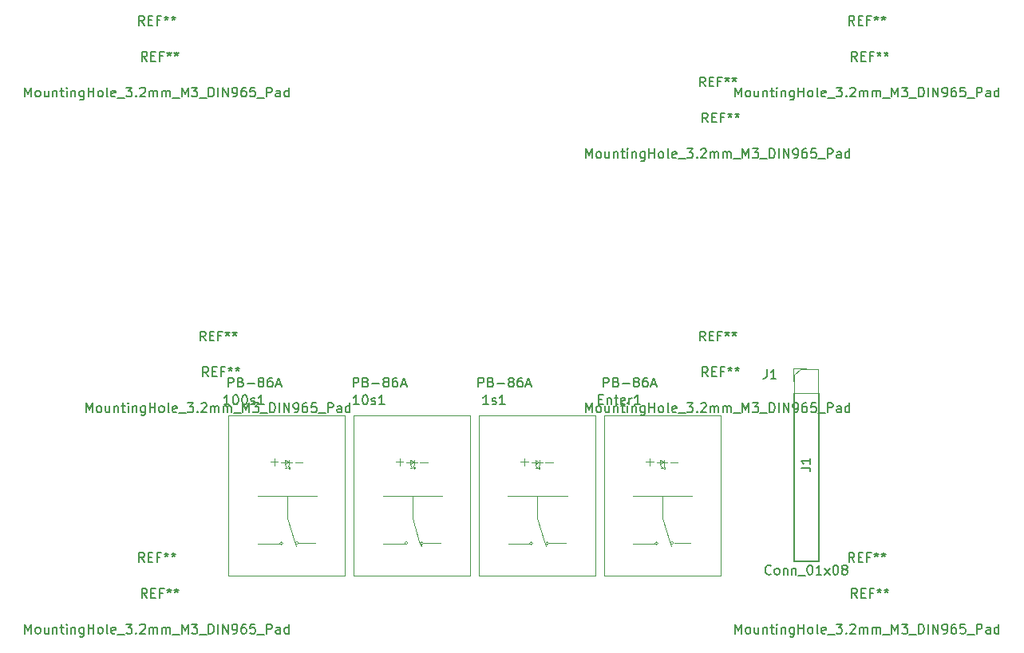
<source format=gbr>
%TF.GenerationSoftware,KiCad,Pcbnew,(5.1.7)-1*%
%TF.CreationDate,2022-02-19T15:23:42+00:00*%
%TF.ProjectId,ControlMenu-PCB,436f6e74-726f-46c4-9d65-6e752d504342,rev?*%
%TF.SameCoordinates,Original*%
%TF.FileFunction,Legend,Top*%
%TF.FilePolarity,Positive*%
%FSLAX46Y46*%
G04 Gerber Fmt 4.6, Leading zero omitted, Abs format (unit mm)*
G04 Created by KiCad (PCBNEW (5.1.7)-1) date 2022-02-19 15:23:42*
%MOMM*%
%LPD*%
G01*
G04 APERTURE LIST*
%ADD10C,0.120000*%
%ADD11C,0.100000*%
%ADD12C,0.150000*%
G04 APERTURE END LIST*
D10*
%TO.C,Enter1*%
X239515000Y-134995000D02*
X251865000Y-134995000D01*
X239515000Y-134995000D02*
X239515000Y-151995000D01*
X251865000Y-134995000D02*
X251865000Y-151995000D01*
X239515000Y-151995000D02*
X251865000Y-151995000D01*
X242595000Y-143505000D02*
X248885000Y-143505000D01*
X245735000Y-143475000D02*
X245735000Y-145925000D01*
X245735000Y-145925000D02*
X246475000Y-148305000D01*
X246475000Y-148305000D02*
X246665000Y-148875000D01*
X248715000Y-148505000D02*
X246955000Y-148505000D01*
X242635000Y-148555000D02*
X244915000Y-148555000D01*
X245257047Y-148545000D02*
G75*
G03*
X245257047Y-148545000I-172047J0D01*
G01*
X246927047Y-148535000D02*
G75*
G03*
X246927047Y-148535000I-172047J0D01*
G01*
X244385000Y-139505000D02*
X244385000Y-140315000D01*
X243955000Y-139905000D02*
X244765000Y-139905000D01*
X246565000Y-139925000D02*
X247375000Y-139925000D01*
X245105000Y-139935000D02*
X246275000Y-139935000D01*
X245505000Y-140215000D02*
X245505000Y-139695000D01*
X245935000Y-140225000D02*
X245935000Y-139705000D01*
X245825000Y-139905000D02*
X245505000Y-139695000D01*
X245825000Y-139915000D02*
X245505000Y-140215000D01*
X245575000Y-140305000D02*
X245675000Y-140575000D01*
X245695000Y-140535000D02*
X245735000Y-140425000D01*
X245635000Y-140575000D02*
X245525000Y-140535000D01*
X245865000Y-140335000D02*
X245965000Y-140605000D01*
X245985000Y-140565000D02*
X246025000Y-140455000D01*
X245925000Y-140605000D02*
X245815000Y-140565000D01*
%TO.C,1s1*%
X226245000Y-134995000D02*
X238595000Y-134995000D01*
X226245000Y-134995000D02*
X226245000Y-151995000D01*
X238595000Y-134995000D02*
X238595000Y-151995000D01*
X226245000Y-151995000D02*
X238595000Y-151995000D01*
X229325000Y-143505000D02*
X235615000Y-143505000D01*
X232465000Y-143475000D02*
X232465000Y-145925000D01*
X232465000Y-145925000D02*
X233205000Y-148305000D01*
X233205000Y-148305000D02*
X233395000Y-148875000D01*
X235445000Y-148505000D02*
X233685000Y-148505000D01*
X229365000Y-148555000D02*
X231645000Y-148555000D01*
X231987047Y-148545000D02*
G75*
G03*
X231987047Y-148545000I-172047J0D01*
G01*
X233657047Y-148535000D02*
G75*
G03*
X233657047Y-148535000I-172047J0D01*
G01*
X231115000Y-139505000D02*
X231115000Y-140315000D01*
X230685000Y-139905000D02*
X231495000Y-139905000D01*
X233295000Y-139925000D02*
X234105000Y-139925000D01*
X231835000Y-139935000D02*
X233005000Y-139935000D01*
X232235000Y-140215000D02*
X232235000Y-139695000D01*
X232665000Y-140225000D02*
X232665000Y-139705000D01*
X232555000Y-139905000D02*
X232235000Y-139695000D01*
X232555000Y-139915000D02*
X232235000Y-140215000D01*
X232305000Y-140305000D02*
X232405000Y-140575000D01*
X232425000Y-140535000D02*
X232465000Y-140425000D01*
X232365000Y-140575000D02*
X232255000Y-140535000D01*
X232595000Y-140335000D02*
X232695000Y-140605000D01*
X232715000Y-140565000D02*
X232755000Y-140455000D01*
X232655000Y-140605000D02*
X232545000Y-140565000D01*
%TO.C,10s1*%
X212975000Y-134995000D02*
X225325000Y-134995000D01*
X212975000Y-134995000D02*
X212975000Y-151995000D01*
X225325000Y-134995000D02*
X225325000Y-151995000D01*
X212975000Y-151995000D02*
X225325000Y-151995000D01*
X216055000Y-143505000D02*
X222345000Y-143505000D01*
X219195000Y-143475000D02*
X219195000Y-145925000D01*
X219195000Y-145925000D02*
X219935000Y-148305000D01*
X219935000Y-148305000D02*
X220125000Y-148875000D01*
X222175000Y-148505000D02*
X220415000Y-148505000D01*
X216095000Y-148555000D02*
X218375000Y-148555000D01*
X218717047Y-148545000D02*
G75*
G03*
X218717047Y-148545000I-172047J0D01*
G01*
X220387047Y-148535000D02*
G75*
G03*
X220387047Y-148535000I-172047J0D01*
G01*
X217845000Y-139505000D02*
X217845000Y-140315000D01*
X217415000Y-139905000D02*
X218225000Y-139905000D01*
X220025000Y-139925000D02*
X220835000Y-139925000D01*
X218565000Y-139935000D02*
X219735000Y-139935000D01*
X218965000Y-140215000D02*
X218965000Y-139695000D01*
X219395000Y-140225000D02*
X219395000Y-139705000D01*
X219285000Y-139905000D02*
X218965000Y-139695000D01*
X219285000Y-139915000D02*
X218965000Y-140215000D01*
X219035000Y-140305000D02*
X219135000Y-140575000D01*
X219155000Y-140535000D02*
X219195000Y-140425000D01*
X219095000Y-140575000D02*
X218985000Y-140535000D01*
X219325000Y-140335000D02*
X219425000Y-140605000D01*
X219445000Y-140565000D02*
X219485000Y-140455000D01*
X219385000Y-140605000D02*
X219275000Y-140565000D01*
%TO.C,100s1*%
X199705000Y-134995000D02*
X212055000Y-134995000D01*
X199705000Y-134995000D02*
X199705000Y-151995000D01*
X212055000Y-134995000D02*
X212055000Y-151995000D01*
X199705000Y-151995000D02*
X212055000Y-151995000D01*
X202785000Y-143505000D02*
X209075000Y-143505000D01*
X205925000Y-143475000D02*
X205925000Y-145925000D01*
X205925000Y-145925000D02*
X206665000Y-148305000D01*
X206665000Y-148305000D02*
X206855000Y-148875000D01*
X208905000Y-148505000D02*
X207145000Y-148505000D01*
X202825000Y-148555000D02*
X205105000Y-148555000D01*
X205447047Y-148545000D02*
G75*
G03*
X205447047Y-148545000I-172047J0D01*
G01*
X207117047Y-148535000D02*
G75*
G03*
X207117047Y-148535000I-172047J0D01*
G01*
X204575000Y-139505000D02*
X204575000Y-140315000D01*
X204145000Y-139905000D02*
X204955000Y-139905000D01*
X206755000Y-139925000D02*
X207565000Y-139925000D01*
X205295000Y-139935000D02*
X206465000Y-139935000D01*
X205695000Y-140215000D02*
X205695000Y-139695000D01*
X206125000Y-140225000D02*
X206125000Y-139705000D01*
X206015000Y-139905000D02*
X205695000Y-139695000D01*
X206015000Y-139915000D02*
X205695000Y-140215000D01*
X205765000Y-140305000D02*
X205865000Y-140575000D01*
X205885000Y-140535000D02*
X205925000Y-140425000D01*
X205825000Y-140575000D02*
X205715000Y-140535000D01*
X206055000Y-140335000D02*
X206155000Y-140605000D01*
X206175000Y-140565000D02*
X206215000Y-140455000D01*
X206115000Y-140605000D02*
X206005000Y-140565000D01*
D11*
%TO.C,J1*%
X260335000Y-130040000D02*
X262240000Y-130040000D01*
X262240000Y-130040000D02*
X262240000Y-150360000D01*
X262240000Y-150360000D02*
X259700000Y-150360000D01*
X259700000Y-150360000D02*
X259700000Y-130675000D01*
X259700000Y-130675000D02*
X260335000Y-130040000D01*
D10*
X259640000Y-150420000D02*
X262300000Y-150420000D01*
X259640000Y-132580000D02*
X259640000Y-150420000D01*
X262300000Y-132580000D02*
X262300000Y-150420000D01*
X259640000Y-132580000D02*
X262300000Y-132580000D01*
X259640000Y-131310000D02*
X259640000Y-129980000D01*
X259640000Y-129980000D02*
X260970000Y-129980000D01*
%TO.C,REF\u002A\u002A*%
D12*
X190756666Y-93532380D02*
X190423333Y-93056190D01*
X190185238Y-93532380D02*
X190185238Y-92532380D01*
X190566190Y-92532380D01*
X190661428Y-92580000D01*
X190709047Y-92627619D01*
X190756666Y-92722857D01*
X190756666Y-92865714D01*
X190709047Y-92960952D01*
X190661428Y-93008571D01*
X190566190Y-93056190D01*
X190185238Y-93056190D01*
X191185238Y-93008571D02*
X191518571Y-93008571D01*
X191661428Y-93532380D02*
X191185238Y-93532380D01*
X191185238Y-92532380D01*
X191661428Y-92532380D01*
X192423333Y-93008571D02*
X192090000Y-93008571D01*
X192090000Y-93532380D02*
X192090000Y-92532380D01*
X192566190Y-92532380D01*
X193090000Y-92532380D02*
X193090000Y-92770476D01*
X192851904Y-92675238D02*
X193090000Y-92770476D01*
X193328095Y-92675238D01*
X192947142Y-92960952D02*
X193090000Y-92770476D01*
X193232857Y-92960952D01*
X193851904Y-92532380D02*
X193851904Y-92770476D01*
X193613809Y-92675238D02*
X193851904Y-92770476D01*
X194090000Y-92675238D01*
X193709047Y-92960952D02*
X193851904Y-92770476D01*
X193994761Y-92960952D01*
X178113809Y-101132380D02*
X178113809Y-100132380D01*
X178447142Y-100846666D01*
X178780476Y-100132380D01*
X178780476Y-101132380D01*
X179399523Y-101132380D02*
X179304285Y-101084761D01*
X179256666Y-101037142D01*
X179209047Y-100941904D01*
X179209047Y-100656190D01*
X179256666Y-100560952D01*
X179304285Y-100513333D01*
X179399523Y-100465714D01*
X179542380Y-100465714D01*
X179637619Y-100513333D01*
X179685238Y-100560952D01*
X179732857Y-100656190D01*
X179732857Y-100941904D01*
X179685238Y-101037142D01*
X179637619Y-101084761D01*
X179542380Y-101132380D01*
X179399523Y-101132380D01*
X180590000Y-100465714D02*
X180590000Y-101132380D01*
X180161428Y-100465714D02*
X180161428Y-100989523D01*
X180209047Y-101084761D01*
X180304285Y-101132380D01*
X180447142Y-101132380D01*
X180542380Y-101084761D01*
X180590000Y-101037142D01*
X181066190Y-100465714D02*
X181066190Y-101132380D01*
X181066190Y-100560952D02*
X181113809Y-100513333D01*
X181209047Y-100465714D01*
X181351904Y-100465714D01*
X181447142Y-100513333D01*
X181494761Y-100608571D01*
X181494761Y-101132380D01*
X181828095Y-100465714D02*
X182209047Y-100465714D01*
X181970952Y-100132380D02*
X181970952Y-100989523D01*
X182018571Y-101084761D01*
X182113809Y-101132380D01*
X182209047Y-101132380D01*
X182542380Y-101132380D02*
X182542380Y-100465714D01*
X182542380Y-100132380D02*
X182494761Y-100180000D01*
X182542380Y-100227619D01*
X182590000Y-100180000D01*
X182542380Y-100132380D01*
X182542380Y-100227619D01*
X183018571Y-100465714D02*
X183018571Y-101132380D01*
X183018571Y-100560952D02*
X183066190Y-100513333D01*
X183161428Y-100465714D01*
X183304285Y-100465714D01*
X183399523Y-100513333D01*
X183447142Y-100608571D01*
X183447142Y-101132380D01*
X184351904Y-100465714D02*
X184351904Y-101275238D01*
X184304285Y-101370476D01*
X184256666Y-101418095D01*
X184161428Y-101465714D01*
X184018571Y-101465714D01*
X183923333Y-101418095D01*
X184351904Y-101084761D02*
X184256666Y-101132380D01*
X184066190Y-101132380D01*
X183970952Y-101084761D01*
X183923333Y-101037142D01*
X183875714Y-100941904D01*
X183875714Y-100656190D01*
X183923333Y-100560952D01*
X183970952Y-100513333D01*
X184066190Y-100465714D01*
X184256666Y-100465714D01*
X184351904Y-100513333D01*
X184828095Y-101132380D02*
X184828095Y-100132380D01*
X184828095Y-100608571D02*
X185399523Y-100608571D01*
X185399523Y-101132380D02*
X185399523Y-100132380D01*
X186018571Y-101132380D02*
X185923333Y-101084761D01*
X185875714Y-101037142D01*
X185828095Y-100941904D01*
X185828095Y-100656190D01*
X185875714Y-100560952D01*
X185923333Y-100513333D01*
X186018571Y-100465714D01*
X186161428Y-100465714D01*
X186256666Y-100513333D01*
X186304285Y-100560952D01*
X186351904Y-100656190D01*
X186351904Y-100941904D01*
X186304285Y-101037142D01*
X186256666Y-101084761D01*
X186161428Y-101132380D01*
X186018571Y-101132380D01*
X186923333Y-101132380D02*
X186828095Y-101084761D01*
X186780476Y-100989523D01*
X186780476Y-100132380D01*
X187685238Y-101084761D02*
X187590000Y-101132380D01*
X187399523Y-101132380D01*
X187304285Y-101084761D01*
X187256666Y-100989523D01*
X187256666Y-100608571D01*
X187304285Y-100513333D01*
X187399523Y-100465714D01*
X187590000Y-100465714D01*
X187685238Y-100513333D01*
X187732857Y-100608571D01*
X187732857Y-100703809D01*
X187256666Y-100799047D01*
X187923333Y-101227619D02*
X188685238Y-101227619D01*
X188828095Y-100132380D02*
X189447142Y-100132380D01*
X189113809Y-100513333D01*
X189256666Y-100513333D01*
X189351904Y-100560952D01*
X189399523Y-100608571D01*
X189447142Y-100703809D01*
X189447142Y-100941904D01*
X189399523Y-101037142D01*
X189351904Y-101084761D01*
X189256666Y-101132380D01*
X188970952Y-101132380D01*
X188875714Y-101084761D01*
X188828095Y-101037142D01*
X189875714Y-101037142D02*
X189923333Y-101084761D01*
X189875714Y-101132380D01*
X189828095Y-101084761D01*
X189875714Y-101037142D01*
X189875714Y-101132380D01*
X190304285Y-100227619D02*
X190351904Y-100180000D01*
X190447142Y-100132380D01*
X190685238Y-100132380D01*
X190780476Y-100180000D01*
X190828095Y-100227619D01*
X190875714Y-100322857D01*
X190875714Y-100418095D01*
X190828095Y-100560952D01*
X190256666Y-101132380D01*
X190875714Y-101132380D01*
X191304285Y-101132380D02*
X191304285Y-100465714D01*
X191304285Y-100560952D02*
X191351904Y-100513333D01*
X191447142Y-100465714D01*
X191590000Y-100465714D01*
X191685238Y-100513333D01*
X191732857Y-100608571D01*
X191732857Y-101132380D01*
X191732857Y-100608571D02*
X191780476Y-100513333D01*
X191875714Y-100465714D01*
X192018571Y-100465714D01*
X192113809Y-100513333D01*
X192161428Y-100608571D01*
X192161428Y-101132380D01*
X192637619Y-101132380D02*
X192637619Y-100465714D01*
X192637619Y-100560952D02*
X192685238Y-100513333D01*
X192780476Y-100465714D01*
X192923333Y-100465714D01*
X193018571Y-100513333D01*
X193066190Y-100608571D01*
X193066190Y-101132380D01*
X193066190Y-100608571D02*
X193113809Y-100513333D01*
X193209047Y-100465714D01*
X193351904Y-100465714D01*
X193447142Y-100513333D01*
X193494761Y-100608571D01*
X193494761Y-101132380D01*
X193732857Y-101227619D02*
X194494761Y-101227619D01*
X194732857Y-101132380D02*
X194732857Y-100132380D01*
X195066190Y-100846666D01*
X195399523Y-100132380D01*
X195399523Y-101132380D01*
X195780476Y-100132380D02*
X196399523Y-100132380D01*
X196066190Y-100513333D01*
X196209047Y-100513333D01*
X196304285Y-100560952D01*
X196351904Y-100608571D01*
X196399523Y-100703809D01*
X196399523Y-100941904D01*
X196351904Y-101037142D01*
X196304285Y-101084761D01*
X196209047Y-101132380D01*
X195923333Y-101132380D01*
X195828095Y-101084761D01*
X195780476Y-101037142D01*
X196590000Y-101227619D02*
X197351904Y-101227619D01*
X197590000Y-101132380D02*
X197590000Y-100132380D01*
X197828095Y-100132380D01*
X197970952Y-100180000D01*
X198066190Y-100275238D01*
X198113809Y-100370476D01*
X198161428Y-100560952D01*
X198161428Y-100703809D01*
X198113809Y-100894285D01*
X198066190Y-100989523D01*
X197970952Y-101084761D01*
X197828095Y-101132380D01*
X197590000Y-101132380D01*
X198590000Y-101132380D02*
X198590000Y-100132380D01*
X199066190Y-101132380D02*
X199066190Y-100132380D01*
X199637619Y-101132380D01*
X199637619Y-100132380D01*
X200161428Y-101132380D02*
X200351904Y-101132380D01*
X200447142Y-101084761D01*
X200494761Y-101037142D01*
X200590000Y-100894285D01*
X200637619Y-100703809D01*
X200637619Y-100322857D01*
X200590000Y-100227619D01*
X200542380Y-100180000D01*
X200447142Y-100132380D01*
X200256666Y-100132380D01*
X200161428Y-100180000D01*
X200113809Y-100227619D01*
X200066190Y-100322857D01*
X200066190Y-100560952D01*
X200113809Y-100656190D01*
X200161428Y-100703809D01*
X200256666Y-100751428D01*
X200447142Y-100751428D01*
X200542380Y-100703809D01*
X200590000Y-100656190D01*
X200637619Y-100560952D01*
X201494761Y-100132380D02*
X201304285Y-100132380D01*
X201209047Y-100180000D01*
X201161428Y-100227619D01*
X201066190Y-100370476D01*
X201018571Y-100560952D01*
X201018571Y-100941904D01*
X201066190Y-101037142D01*
X201113809Y-101084761D01*
X201209047Y-101132380D01*
X201399523Y-101132380D01*
X201494761Y-101084761D01*
X201542380Y-101037142D01*
X201590000Y-100941904D01*
X201590000Y-100703809D01*
X201542380Y-100608571D01*
X201494761Y-100560952D01*
X201399523Y-100513333D01*
X201209047Y-100513333D01*
X201113809Y-100560952D01*
X201066190Y-100608571D01*
X201018571Y-100703809D01*
X202494761Y-100132380D02*
X202018571Y-100132380D01*
X201970952Y-100608571D01*
X202018571Y-100560952D01*
X202113809Y-100513333D01*
X202351904Y-100513333D01*
X202447142Y-100560952D01*
X202494761Y-100608571D01*
X202542380Y-100703809D01*
X202542380Y-100941904D01*
X202494761Y-101037142D01*
X202447142Y-101084761D01*
X202351904Y-101132380D01*
X202113809Y-101132380D01*
X202018571Y-101084761D01*
X201970952Y-101037142D01*
X202732857Y-101227619D02*
X203494761Y-101227619D01*
X203732857Y-101132380D02*
X203732857Y-100132380D01*
X204113809Y-100132380D01*
X204209047Y-100180000D01*
X204256666Y-100227619D01*
X204304285Y-100322857D01*
X204304285Y-100465714D01*
X204256666Y-100560952D01*
X204209047Y-100608571D01*
X204113809Y-100656190D01*
X203732857Y-100656190D01*
X205161428Y-101132380D02*
X205161428Y-100608571D01*
X205113809Y-100513333D01*
X205018571Y-100465714D01*
X204828095Y-100465714D01*
X204732857Y-100513333D01*
X205161428Y-101084761D02*
X205066190Y-101132380D01*
X204828095Y-101132380D01*
X204732857Y-101084761D01*
X204685238Y-100989523D01*
X204685238Y-100894285D01*
X204732857Y-100799047D01*
X204828095Y-100751428D01*
X205066190Y-100751428D01*
X205161428Y-100703809D01*
X206066190Y-101132380D02*
X206066190Y-100132380D01*
X206066190Y-101084761D02*
X205970952Y-101132380D01*
X205780476Y-101132380D01*
X205685238Y-101084761D01*
X205637619Y-101037142D01*
X205590000Y-100941904D01*
X205590000Y-100656190D01*
X205637619Y-100560952D01*
X205685238Y-100513333D01*
X205780476Y-100465714D01*
X205970952Y-100465714D01*
X206066190Y-100513333D01*
X191056666Y-97332380D02*
X190723333Y-96856190D01*
X190485238Y-97332380D02*
X190485238Y-96332380D01*
X190866190Y-96332380D01*
X190961428Y-96380000D01*
X191009047Y-96427619D01*
X191056666Y-96522857D01*
X191056666Y-96665714D01*
X191009047Y-96760952D01*
X190961428Y-96808571D01*
X190866190Y-96856190D01*
X190485238Y-96856190D01*
X191485238Y-96808571D02*
X191818571Y-96808571D01*
X191961428Y-97332380D02*
X191485238Y-97332380D01*
X191485238Y-96332380D01*
X191961428Y-96332380D01*
X192723333Y-96808571D02*
X192390000Y-96808571D01*
X192390000Y-97332380D02*
X192390000Y-96332380D01*
X192866190Y-96332380D01*
X193390000Y-96332380D02*
X193390000Y-96570476D01*
X193151904Y-96475238D02*
X193390000Y-96570476D01*
X193628095Y-96475238D01*
X193247142Y-96760952D02*
X193390000Y-96570476D01*
X193532857Y-96760952D01*
X194151904Y-96332380D02*
X194151904Y-96570476D01*
X193913809Y-96475238D02*
X194151904Y-96570476D01*
X194390000Y-96475238D01*
X194009047Y-96760952D02*
X194151904Y-96570476D01*
X194294761Y-96760952D01*
X197256666Y-127032380D02*
X196923333Y-126556190D01*
X196685238Y-127032380D02*
X196685238Y-126032380D01*
X197066190Y-126032380D01*
X197161428Y-126080000D01*
X197209047Y-126127619D01*
X197256666Y-126222857D01*
X197256666Y-126365714D01*
X197209047Y-126460952D01*
X197161428Y-126508571D01*
X197066190Y-126556190D01*
X196685238Y-126556190D01*
X197685238Y-126508571D02*
X198018571Y-126508571D01*
X198161428Y-127032380D02*
X197685238Y-127032380D01*
X197685238Y-126032380D01*
X198161428Y-126032380D01*
X198923333Y-126508571D02*
X198590000Y-126508571D01*
X198590000Y-127032380D02*
X198590000Y-126032380D01*
X199066190Y-126032380D01*
X199590000Y-126032380D02*
X199590000Y-126270476D01*
X199351904Y-126175238D02*
X199590000Y-126270476D01*
X199828095Y-126175238D01*
X199447142Y-126460952D02*
X199590000Y-126270476D01*
X199732857Y-126460952D01*
X200351904Y-126032380D02*
X200351904Y-126270476D01*
X200113809Y-126175238D02*
X200351904Y-126270476D01*
X200590000Y-126175238D01*
X200209047Y-126460952D02*
X200351904Y-126270476D01*
X200494761Y-126460952D01*
X184613809Y-134632380D02*
X184613809Y-133632380D01*
X184947142Y-134346666D01*
X185280476Y-133632380D01*
X185280476Y-134632380D01*
X185899523Y-134632380D02*
X185804285Y-134584761D01*
X185756666Y-134537142D01*
X185709047Y-134441904D01*
X185709047Y-134156190D01*
X185756666Y-134060952D01*
X185804285Y-134013333D01*
X185899523Y-133965714D01*
X186042380Y-133965714D01*
X186137619Y-134013333D01*
X186185238Y-134060952D01*
X186232857Y-134156190D01*
X186232857Y-134441904D01*
X186185238Y-134537142D01*
X186137619Y-134584761D01*
X186042380Y-134632380D01*
X185899523Y-134632380D01*
X187090000Y-133965714D02*
X187090000Y-134632380D01*
X186661428Y-133965714D02*
X186661428Y-134489523D01*
X186709047Y-134584761D01*
X186804285Y-134632380D01*
X186947142Y-134632380D01*
X187042380Y-134584761D01*
X187090000Y-134537142D01*
X187566190Y-133965714D02*
X187566190Y-134632380D01*
X187566190Y-134060952D02*
X187613809Y-134013333D01*
X187709047Y-133965714D01*
X187851904Y-133965714D01*
X187947142Y-134013333D01*
X187994761Y-134108571D01*
X187994761Y-134632380D01*
X188328095Y-133965714D02*
X188709047Y-133965714D01*
X188470952Y-133632380D02*
X188470952Y-134489523D01*
X188518571Y-134584761D01*
X188613809Y-134632380D01*
X188709047Y-134632380D01*
X189042380Y-134632380D02*
X189042380Y-133965714D01*
X189042380Y-133632380D02*
X188994761Y-133680000D01*
X189042380Y-133727619D01*
X189090000Y-133680000D01*
X189042380Y-133632380D01*
X189042380Y-133727619D01*
X189518571Y-133965714D02*
X189518571Y-134632380D01*
X189518571Y-134060952D02*
X189566190Y-134013333D01*
X189661428Y-133965714D01*
X189804285Y-133965714D01*
X189899523Y-134013333D01*
X189947142Y-134108571D01*
X189947142Y-134632380D01*
X190851904Y-133965714D02*
X190851904Y-134775238D01*
X190804285Y-134870476D01*
X190756666Y-134918095D01*
X190661428Y-134965714D01*
X190518571Y-134965714D01*
X190423333Y-134918095D01*
X190851904Y-134584761D02*
X190756666Y-134632380D01*
X190566190Y-134632380D01*
X190470952Y-134584761D01*
X190423333Y-134537142D01*
X190375714Y-134441904D01*
X190375714Y-134156190D01*
X190423333Y-134060952D01*
X190470952Y-134013333D01*
X190566190Y-133965714D01*
X190756666Y-133965714D01*
X190851904Y-134013333D01*
X191328095Y-134632380D02*
X191328095Y-133632380D01*
X191328095Y-134108571D02*
X191899523Y-134108571D01*
X191899523Y-134632380D02*
X191899523Y-133632380D01*
X192518571Y-134632380D02*
X192423333Y-134584761D01*
X192375714Y-134537142D01*
X192328095Y-134441904D01*
X192328095Y-134156190D01*
X192375714Y-134060952D01*
X192423333Y-134013333D01*
X192518571Y-133965714D01*
X192661428Y-133965714D01*
X192756666Y-134013333D01*
X192804285Y-134060952D01*
X192851904Y-134156190D01*
X192851904Y-134441904D01*
X192804285Y-134537142D01*
X192756666Y-134584761D01*
X192661428Y-134632380D01*
X192518571Y-134632380D01*
X193423333Y-134632380D02*
X193328095Y-134584761D01*
X193280476Y-134489523D01*
X193280476Y-133632380D01*
X194185238Y-134584761D02*
X194090000Y-134632380D01*
X193899523Y-134632380D01*
X193804285Y-134584761D01*
X193756666Y-134489523D01*
X193756666Y-134108571D01*
X193804285Y-134013333D01*
X193899523Y-133965714D01*
X194090000Y-133965714D01*
X194185238Y-134013333D01*
X194232857Y-134108571D01*
X194232857Y-134203809D01*
X193756666Y-134299047D01*
X194423333Y-134727619D02*
X195185238Y-134727619D01*
X195328095Y-133632380D02*
X195947142Y-133632380D01*
X195613809Y-134013333D01*
X195756666Y-134013333D01*
X195851904Y-134060952D01*
X195899523Y-134108571D01*
X195947142Y-134203809D01*
X195947142Y-134441904D01*
X195899523Y-134537142D01*
X195851904Y-134584761D01*
X195756666Y-134632380D01*
X195470952Y-134632380D01*
X195375714Y-134584761D01*
X195328095Y-134537142D01*
X196375714Y-134537142D02*
X196423333Y-134584761D01*
X196375714Y-134632380D01*
X196328095Y-134584761D01*
X196375714Y-134537142D01*
X196375714Y-134632380D01*
X196804285Y-133727619D02*
X196851904Y-133680000D01*
X196947142Y-133632380D01*
X197185238Y-133632380D01*
X197280476Y-133680000D01*
X197328095Y-133727619D01*
X197375714Y-133822857D01*
X197375714Y-133918095D01*
X197328095Y-134060952D01*
X196756666Y-134632380D01*
X197375714Y-134632380D01*
X197804285Y-134632380D02*
X197804285Y-133965714D01*
X197804285Y-134060952D02*
X197851904Y-134013333D01*
X197947142Y-133965714D01*
X198090000Y-133965714D01*
X198185238Y-134013333D01*
X198232857Y-134108571D01*
X198232857Y-134632380D01*
X198232857Y-134108571D02*
X198280476Y-134013333D01*
X198375714Y-133965714D01*
X198518571Y-133965714D01*
X198613809Y-134013333D01*
X198661428Y-134108571D01*
X198661428Y-134632380D01*
X199137619Y-134632380D02*
X199137619Y-133965714D01*
X199137619Y-134060952D02*
X199185238Y-134013333D01*
X199280476Y-133965714D01*
X199423333Y-133965714D01*
X199518571Y-134013333D01*
X199566190Y-134108571D01*
X199566190Y-134632380D01*
X199566190Y-134108571D02*
X199613809Y-134013333D01*
X199709047Y-133965714D01*
X199851904Y-133965714D01*
X199947142Y-134013333D01*
X199994761Y-134108571D01*
X199994761Y-134632380D01*
X200232857Y-134727619D02*
X200994761Y-134727619D01*
X201232857Y-134632380D02*
X201232857Y-133632380D01*
X201566190Y-134346666D01*
X201899523Y-133632380D01*
X201899523Y-134632380D01*
X202280476Y-133632380D02*
X202899523Y-133632380D01*
X202566190Y-134013333D01*
X202709047Y-134013333D01*
X202804285Y-134060952D01*
X202851904Y-134108571D01*
X202899523Y-134203809D01*
X202899523Y-134441904D01*
X202851904Y-134537142D01*
X202804285Y-134584761D01*
X202709047Y-134632380D01*
X202423333Y-134632380D01*
X202328095Y-134584761D01*
X202280476Y-134537142D01*
X203090000Y-134727619D02*
X203851904Y-134727619D01*
X204090000Y-134632380D02*
X204090000Y-133632380D01*
X204328095Y-133632380D01*
X204470952Y-133680000D01*
X204566190Y-133775238D01*
X204613809Y-133870476D01*
X204661428Y-134060952D01*
X204661428Y-134203809D01*
X204613809Y-134394285D01*
X204566190Y-134489523D01*
X204470952Y-134584761D01*
X204328095Y-134632380D01*
X204090000Y-134632380D01*
X205090000Y-134632380D02*
X205090000Y-133632380D01*
X205566190Y-134632380D02*
X205566190Y-133632380D01*
X206137619Y-134632380D01*
X206137619Y-133632380D01*
X206661428Y-134632380D02*
X206851904Y-134632380D01*
X206947142Y-134584761D01*
X206994761Y-134537142D01*
X207090000Y-134394285D01*
X207137619Y-134203809D01*
X207137619Y-133822857D01*
X207090000Y-133727619D01*
X207042380Y-133680000D01*
X206947142Y-133632380D01*
X206756666Y-133632380D01*
X206661428Y-133680000D01*
X206613809Y-133727619D01*
X206566190Y-133822857D01*
X206566190Y-134060952D01*
X206613809Y-134156190D01*
X206661428Y-134203809D01*
X206756666Y-134251428D01*
X206947142Y-134251428D01*
X207042380Y-134203809D01*
X207090000Y-134156190D01*
X207137619Y-134060952D01*
X207994761Y-133632380D02*
X207804285Y-133632380D01*
X207709047Y-133680000D01*
X207661428Y-133727619D01*
X207566190Y-133870476D01*
X207518571Y-134060952D01*
X207518571Y-134441904D01*
X207566190Y-134537142D01*
X207613809Y-134584761D01*
X207709047Y-134632380D01*
X207899523Y-134632380D01*
X207994761Y-134584761D01*
X208042380Y-134537142D01*
X208090000Y-134441904D01*
X208090000Y-134203809D01*
X208042380Y-134108571D01*
X207994761Y-134060952D01*
X207899523Y-134013333D01*
X207709047Y-134013333D01*
X207613809Y-134060952D01*
X207566190Y-134108571D01*
X207518571Y-134203809D01*
X208994761Y-133632380D02*
X208518571Y-133632380D01*
X208470952Y-134108571D01*
X208518571Y-134060952D01*
X208613809Y-134013333D01*
X208851904Y-134013333D01*
X208947142Y-134060952D01*
X208994761Y-134108571D01*
X209042380Y-134203809D01*
X209042380Y-134441904D01*
X208994761Y-134537142D01*
X208947142Y-134584761D01*
X208851904Y-134632380D01*
X208613809Y-134632380D01*
X208518571Y-134584761D01*
X208470952Y-134537142D01*
X209232857Y-134727619D02*
X209994761Y-134727619D01*
X210232857Y-134632380D02*
X210232857Y-133632380D01*
X210613809Y-133632380D01*
X210709047Y-133680000D01*
X210756666Y-133727619D01*
X210804285Y-133822857D01*
X210804285Y-133965714D01*
X210756666Y-134060952D01*
X210709047Y-134108571D01*
X210613809Y-134156190D01*
X210232857Y-134156190D01*
X211661428Y-134632380D02*
X211661428Y-134108571D01*
X211613809Y-134013333D01*
X211518571Y-133965714D01*
X211328095Y-133965714D01*
X211232857Y-134013333D01*
X211661428Y-134584761D02*
X211566190Y-134632380D01*
X211328095Y-134632380D01*
X211232857Y-134584761D01*
X211185238Y-134489523D01*
X211185238Y-134394285D01*
X211232857Y-134299047D01*
X211328095Y-134251428D01*
X211566190Y-134251428D01*
X211661428Y-134203809D01*
X212566190Y-134632380D02*
X212566190Y-133632380D01*
X212566190Y-134584761D02*
X212470952Y-134632380D01*
X212280476Y-134632380D01*
X212185238Y-134584761D01*
X212137619Y-134537142D01*
X212090000Y-134441904D01*
X212090000Y-134156190D01*
X212137619Y-134060952D01*
X212185238Y-134013333D01*
X212280476Y-133965714D01*
X212470952Y-133965714D01*
X212566190Y-134013333D01*
X197556666Y-130832380D02*
X197223333Y-130356190D01*
X196985238Y-130832380D02*
X196985238Y-129832380D01*
X197366190Y-129832380D01*
X197461428Y-129880000D01*
X197509047Y-129927619D01*
X197556666Y-130022857D01*
X197556666Y-130165714D01*
X197509047Y-130260952D01*
X197461428Y-130308571D01*
X197366190Y-130356190D01*
X196985238Y-130356190D01*
X197985238Y-130308571D02*
X198318571Y-130308571D01*
X198461428Y-130832380D02*
X197985238Y-130832380D01*
X197985238Y-129832380D01*
X198461428Y-129832380D01*
X199223333Y-130308571D02*
X198890000Y-130308571D01*
X198890000Y-130832380D02*
X198890000Y-129832380D01*
X199366190Y-129832380D01*
X199890000Y-129832380D02*
X199890000Y-130070476D01*
X199651904Y-129975238D02*
X199890000Y-130070476D01*
X200128095Y-129975238D01*
X199747142Y-130260952D02*
X199890000Y-130070476D01*
X200032857Y-130260952D01*
X200651904Y-129832380D02*
X200651904Y-130070476D01*
X200413809Y-129975238D02*
X200651904Y-130070476D01*
X200890000Y-129975238D01*
X200509047Y-130260952D02*
X200651904Y-130070476D01*
X200794761Y-130260952D01*
X250256666Y-127032380D02*
X249923333Y-126556190D01*
X249685238Y-127032380D02*
X249685238Y-126032380D01*
X250066190Y-126032380D01*
X250161428Y-126080000D01*
X250209047Y-126127619D01*
X250256666Y-126222857D01*
X250256666Y-126365714D01*
X250209047Y-126460952D01*
X250161428Y-126508571D01*
X250066190Y-126556190D01*
X249685238Y-126556190D01*
X250685238Y-126508571D02*
X251018571Y-126508571D01*
X251161428Y-127032380D02*
X250685238Y-127032380D01*
X250685238Y-126032380D01*
X251161428Y-126032380D01*
X251923333Y-126508571D02*
X251590000Y-126508571D01*
X251590000Y-127032380D02*
X251590000Y-126032380D01*
X252066190Y-126032380D01*
X252590000Y-126032380D02*
X252590000Y-126270476D01*
X252351904Y-126175238D02*
X252590000Y-126270476D01*
X252828095Y-126175238D01*
X252447142Y-126460952D02*
X252590000Y-126270476D01*
X252732857Y-126460952D01*
X253351904Y-126032380D02*
X253351904Y-126270476D01*
X253113809Y-126175238D02*
X253351904Y-126270476D01*
X253590000Y-126175238D01*
X253209047Y-126460952D02*
X253351904Y-126270476D01*
X253494761Y-126460952D01*
X237613809Y-134632380D02*
X237613809Y-133632380D01*
X237947142Y-134346666D01*
X238280476Y-133632380D01*
X238280476Y-134632380D01*
X238899523Y-134632380D02*
X238804285Y-134584761D01*
X238756666Y-134537142D01*
X238709047Y-134441904D01*
X238709047Y-134156190D01*
X238756666Y-134060952D01*
X238804285Y-134013333D01*
X238899523Y-133965714D01*
X239042380Y-133965714D01*
X239137619Y-134013333D01*
X239185238Y-134060952D01*
X239232857Y-134156190D01*
X239232857Y-134441904D01*
X239185238Y-134537142D01*
X239137619Y-134584761D01*
X239042380Y-134632380D01*
X238899523Y-134632380D01*
X240090000Y-133965714D02*
X240090000Y-134632380D01*
X239661428Y-133965714D02*
X239661428Y-134489523D01*
X239709047Y-134584761D01*
X239804285Y-134632380D01*
X239947142Y-134632380D01*
X240042380Y-134584761D01*
X240090000Y-134537142D01*
X240566190Y-133965714D02*
X240566190Y-134632380D01*
X240566190Y-134060952D02*
X240613809Y-134013333D01*
X240709047Y-133965714D01*
X240851904Y-133965714D01*
X240947142Y-134013333D01*
X240994761Y-134108571D01*
X240994761Y-134632380D01*
X241328095Y-133965714D02*
X241709047Y-133965714D01*
X241470952Y-133632380D02*
X241470952Y-134489523D01*
X241518571Y-134584761D01*
X241613809Y-134632380D01*
X241709047Y-134632380D01*
X242042380Y-134632380D02*
X242042380Y-133965714D01*
X242042380Y-133632380D02*
X241994761Y-133680000D01*
X242042380Y-133727619D01*
X242090000Y-133680000D01*
X242042380Y-133632380D01*
X242042380Y-133727619D01*
X242518571Y-133965714D02*
X242518571Y-134632380D01*
X242518571Y-134060952D02*
X242566190Y-134013333D01*
X242661428Y-133965714D01*
X242804285Y-133965714D01*
X242899523Y-134013333D01*
X242947142Y-134108571D01*
X242947142Y-134632380D01*
X243851904Y-133965714D02*
X243851904Y-134775238D01*
X243804285Y-134870476D01*
X243756666Y-134918095D01*
X243661428Y-134965714D01*
X243518571Y-134965714D01*
X243423333Y-134918095D01*
X243851904Y-134584761D02*
X243756666Y-134632380D01*
X243566190Y-134632380D01*
X243470952Y-134584761D01*
X243423333Y-134537142D01*
X243375714Y-134441904D01*
X243375714Y-134156190D01*
X243423333Y-134060952D01*
X243470952Y-134013333D01*
X243566190Y-133965714D01*
X243756666Y-133965714D01*
X243851904Y-134013333D01*
X244328095Y-134632380D02*
X244328095Y-133632380D01*
X244328095Y-134108571D02*
X244899523Y-134108571D01*
X244899523Y-134632380D02*
X244899523Y-133632380D01*
X245518571Y-134632380D02*
X245423333Y-134584761D01*
X245375714Y-134537142D01*
X245328095Y-134441904D01*
X245328095Y-134156190D01*
X245375714Y-134060952D01*
X245423333Y-134013333D01*
X245518571Y-133965714D01*
X245661428Y-133965714D01*
X245756666Y-134013333D01*
X245804285Y-134060952D01*
X245851904Y-134156190D01*
X245851904Y-134441904D01*
X245804285Y-134537142D01*
X245756666Y-134584761D01*
X245661428Y-134632380D01*
X245518571Y-134632380D01*
X246423333Y-134632380D02*
X246328095Y-134584761D01*
X246280476Y-134489523D01*
X246280476Y-133632380D01*
X247185238Y-134584761D02*
X247090000Y-134632380D01*
X246899523Y-134632380D01*
X246804285Y-134584761D01*
X246756666Y-134489523D01*
X246756666Y-134108571D01*
X246804285Y-134013333D01*
X246899523Y-133965714D01*
X247090000Y-133965714D01*
X247185238Y-134013333D01*
X247232857Y-134108571D01*
X247232857Y-134203809D01*
X246756666Y-134299047D01*
X247423333Y-134727619D02*
X248185238Y-134727619D01*
X248328095Y-133632380D02*
X248947142Y-133632380D01*
X248613809Y-134013333D01*
X248756666Y-134013333D01*
X248851904Y-134060952D01*
X248899523Y-134108571D01*
X248947142Y-134203809D01*
X248947142Y-134441904D01*
X248899523Y-134537142D01*
X248851904Y-134584761D01*
X248756666Y-134632380D01*
X248470952Y-134632380D01*
X248375714Y-134584761D01*
X248328095Y-134537142D01*
X249375714Y-134537142D02*
X249423333Y-134584761D01*
X249375714Y-134632380D01*
X249328095Y-134584761D01*
X249375714Y-134537142D01*
X249375714Y-134632380D01*
X249804285Y-133727619D02*
X249851904Y-133680000D01*
X249947142Y-133632380D01*
X250185238Y-133632380D01*
X250280476Y-133680000D01*
X250328095Y-133727619D01*
X250375714Y-133822857D01*
X250375714Y-133918095D01*
X250328095Y-134060952D01*
X249756666Y-134632380D01*
X250375714Y-134632380D01*
X250804285Y-134632380D02*
X250804285Y-133965714D01*
X250804285Y-134060952D02*
X250851904Y-134013333D01*
X250947142Y-133965714D01*
X251090000Y-133965714D01*
X251185238Y-134013333D01*
X251232857Y-134108571D01*
X251232857Y-134632380D01*
X251232857Y-134108571D02*
X251280476Y-134013333D01*
X251375714Y-133965714D01*
X251518571Y-133965714D01*
X251613809Y-134013333D01*
X251661428Y-134108571D01*
X251661428Y-134632380D01*
X252137619Y-134632380D02*
X252137619Y-133965714D01*
X252137619Y-134060952D02*
X252185238Y-134013333D01*
X252280476Y-133965714D01*
X252423333Y-133965714D01*
X252518571Y-134013333D01*
X252566190Y-134108571D01*
X252566190Y-134632380D01*
X252566190Y-134108571D02*
X252613809Y-134013333D01*
X252709047Y-133965714D01*
X252851904Y-133965714D01*
X252947142Y-134013333D01*
X252994761Y-134108571D01*
X252994761Y-134632380D01*
X253232857Y-134727619D02*
X253994761Y-134727619D01*
X254232857Y-134632380D02*
X254232857Y-133632380D01*
X254566190Y-134346666D01*
X254899523Y-133632380D01*
X254899523Y-134632380D01*
X255280476Y-133632380D02*
X255899523Y-133632380D01*
X255566190Y-134013333D01*
X255709047Y-134013333D01*
X255804285Y-134060952D01*
X255851904Y-134108571D01*
X255899523Y-134203809D01*
X255899523Y-134441904D01*
X255851904Y-134537142D01*
X255804285Y-134584761D01*
X255709047Y-134632380D01*
X255423333Y-134632380D01*
X255328095Y-134584761D01*
X255280476Y-134537142D01*
X256090000Y-134727619D02*
X256851904Y-134727619D01*
X257090000Y-134632380D02*
X257090000Y-133632380D01*
X257328095Y-133632380D01*
X257470952Y-133680000D01*
X257566190Y-133775238D01*
X257613809Y-133870476D01*
X257661428Y-134060952D01*
X257661428Y-134203809D01*
X257613809Y-134394285D01*
X257566190Y-134489523D01*
X257470952Y-134584761D01*
X257328095Y-134632380D01*
X257090000Y-134632380D01*
X258090000Y-134632380D02*
X258090000Y-133632380D01*
X258566190Y-134632380D02*
X258566190Y-133632380D01*
X259137619Y-134632380D01*
X259137619Y-133632380D01*
X259661428Y-134632380D02*
X259851904Y-134632380D01*
X259947142Y-134584761D01*
X259994761Y-134537142D01*
X260090000Y-134394285D01*
X260137619Y-134203809D01*
X260137619Y-133822857D01*
X260090000Y-133727619D01*
X260042380Y-133680000D01*
X259947142Y-133632380D01*
X259756666Y-133632380D01*
X259661428Y-133680000D01*
X259613809Y-133727619D01*
X259566190Y-133822857D01*
X259566190Y-134060952D01*
X259613809Y-134156190D01*
X259661428Y-134203809D01*
X259756666Y-134251428D01*
X259947142Y-134251428D01*
X260042380Y-134203809D01*
X260090000Y-134156190D01*
X260137619Y-134060952D01*
X260994761Y-133632380D02*
X260804285Y-133632380D01*
X260709047Y-133680000D01*
X260661428Y-133727619D01*
X260566190Y-133870476D01*
X260518571Y-134060952D01*
X260518571Y-134441904D01*
X260566190Y-134537142D01*
X260613809Y-134584761D01*
X260709047Y-134632380D01*
X260899523Y-134632380D01*
X260994761Y-134584761D01*
X261042380Y-134537142D01*
X261090000Y-134441904D01*
X261090000Y-134203809D01*
X261042380Y-134108571D01*
X260994761Y-134060952D01*
X260899523Y-134013333D01*
X260709047Y-134013333D01*
X260613809Y-134060952D01*
X260566190Y-134108571D01*
X260518571Y-134203809D01*
X261994761Y-133632380D02*
X261518571Y-133632380D01*
X261470952Y-134108571D01*
X261518571Y-134060952D01*
X261613809Y-134013333D01*
X261851904Y-134013333D01*
X261947142Y-134060952D01*
X261994761Y-134108571D01*
X262042380Y-134203809D01*
X262042380Y-134441904D01*
X261994761Y-134537142D01*
X261947142Y-134584761D01*
X261851904Y-134632380D01*
X261613809Y-134632380D01*
X261518571Y-134584761D01*
X261470952Y-134537142D01*
X262232857Y-134727619D02*
X262994761Y-134727619D01*
X263232857Y-134632380D02*
X263232857Y-133632380D01*
X263613809Y-133632380D01*
X263709047Y-133680000D01*
X263756666Y-133727619D01*
X263804285Y-133822857D01*
X263804285Y-133965714D01*
X263756666Y-134060952D01*
X263709047Y-134108571D01*
X263613809Y-134156190D01*
X263232857Y-134156190D01*
X264661428Y-134632380D02*
X264661428Y-134108571D01*
X264613809Y-134013333D01*
X264518571Y-133965714D01*
X264328095Y-133965714D01*
X264232857Y-134013333D01*
X264661428Y-134584761D02*
X264566190Y-134632380D01*
X264328095Y-134632380D01*
X264232857Y-134584761D01*
X264185238Y-134489523D01*
X264185238Y-134394285D01*
X264232857Y-134299047D01*
X264328095Y-134251428D01*
X264566190Y-134251428D01*
X264661428Y-134203809D01*
X265566190Y-134632380D02*
X265566190Y-133632380D01*
X265566190Y-134584761D02*
X265470952Y-134632380D01*
X265280476Y-134632380D01*
X265185238Y-134584761D01*
X265137619Y-134537142D01*
X265090000Y-134441904D01*
X265090000Y-134156190D01*
X265137619Y-134060952D01*
X265185238Y-134013333D01*
X265280476Y-133965714D01*
X265470952Y-133965714D01*
X265566190Y-134013333D01*
X250556666Y-130832380D02*
X250223333Y-130356190D01*
X249985238Y-130832380D02*
X249985238Y-129832380D01*
X250366190Y-129832380D01*
X250461428Y-129880000D01*
X250509047Y-129927619D01*
X250556666Y-130022857D01*
X250556666Y-130165714D01*
X250509047Y-130260952D01*
X250461428Y-130308571D01*
X250366190Y-130356190D01*
X249985238Y-130356190D01*
X250985238Y-130308571D02*
X251318571Y-130308571D01*
X251461428Y-130832380D02*
X250985238Y-130832380D01*
X250985238Y-129832380D01*
X251461428Y-129832380D01*
X252223333Y-130308571D02*
X251890000Y-130308571D01*
X251890000Y-130832380D02*
X251890000Y-129832380D01*
X252366190Y-129832380D01*
X252890000Y-129832380D02*
X252890000Y-130070476D01*
X252651904Y-129975238D02*
X252890000Y-130070476D01*
X253128095Y-129975238D01*
X252747142Y-130260952D02*
X252890000Y-130070476D01*
X253032857Y-130260952D01*
X253651904Y-129832380D02*
X253651904Y-130070476D01*
X253413809Y-129975238D02*
X253651904Y-130070476D01*
X253890000Y-129975238D01*
X253509047Y-130260952D02*
X253651904Y-130070476D01*
X253794761Y-130260952D01*
X250256666Y-100032380D02*
X249923333Y-99556190D01*
X249685238Y-100032380D02*
X249685238Y-99032380D01*
X250066190Y-99032380D01*
X250161428Y-99080000D01*
X250209047Y-99127619D01*
X250256666Y-99222857D01*
X250256666Y-99365714D01*
X250209047Y-99460952D01*
X250161428Y-99508571D01*
X250066190Y-99556190D01*
X249685238Y-99556190D01*
X250685238Y-99508571D02*
X251018571Y-99508571D01*
X251161428Y-100032380D02*
X250685238Y-100032380D01*
X250685238Y-99032380D01*
X251161428Y-99032380D01*
X251923333Y-99508571D02*
X251590000Y-99508571D01*
X251590000Y-100032380D02*
X251590000Y-99032380D01*
X252066190Y-99032380D01*
X252590000Y-99032380D02*
X252590000Y-99270476D01*
X252351904Y-99175238D02*
X252590000Y-99270476D01*
X252828095Y-99175238D01*
X252447142Y-99460952D02*
X252590000Y-99270476D01*
X252732857Y-99460952D01*
X253351904Y-99032380D02*
X253351904Y-99270476D01*
X253113809Y-99175238D02*
X253351904Y-99270476D01*
X253590000Y-99175238D01*
X253209047Y-99460952D02*
X253351904Y-99270476D01*
X253494761Y-99460952D01*
X237613809Y-107632380D02*
X237613809Y-106632380D01*
X237947142Y-107346666D01*
X238280476Y-106632380D01*
X238280476Y-107632380D01*
X238899523Y-107632380D02*
X238804285Y-107584761D01*
X238756666Y-107537142D01*
X238709047Y-107441904D01*
X238709047Y-107156190D01*
X238756666Y-107060952D01*
X238804285Y-107013333D01*
X238899523Y-106965714D01*
X239042380Y-106965714D01*
X239137619Y-107013333D01*
X239185238Y-107060952D01*
X239232857Y-107156190D01*
X239232857Y-107441904D01*
X239185238Y-107537142D01*
X239137619Y-107584761D01*
X239042380Y-107632380D01*
X238899523Y-107632380D01*
X240090000Y-106965714D02*
X240090000Y-107632380D01*
X239661428Y-106965714D02*
X239661428Y-107489523D01*
X239709047Y-107584761D01*
X239804285Y-107632380D01*
X239947142Y-107632380D01*
X240042380Y-107584761D01*
X240090000Y-107537142D01*
X240566190Y-106965714D02*
X240566190Y-107632380D01*
X240566190Y-107060952D02*
X240613809Y-107013333D01*
X240709047Y-106965714D01*
X240851904Y-106965714D01*
X240947142Y-107013333D01*
X240994761Y-107108571D01*
X240994761Y-107632380D01*
X241328095Y-106965714D02*
X241709047Y-106965714D01*
X241470952Y-106632380D02*
X241470952Y-107489523D01*
X241518571Y-107584761D01*
X241613809Y-107632380D01*
X241709047Y-107632380D01*
X242042380Y-107632380D02*
X242042380Y-106965714D01*
X242042380Y-106632380D02*
X241994761Y-106680000D01*
X242042380Y-106727619D01*
X242090000Y-106680000D01*
X242042380Y-106632380D01*
X242042380Y-106727619D01*
X242518571Y-106965714D02*
X242518571Y-107632380D01*
X242518571Y-107060952D02*
X242566190Y-107013333D01*
X242661428Y-106965714D01*
X242804285Y-106965714D01*
X242899523Y-107013333D01*
X242947142Y-107108571D01*
X242947142Y-107632380D01*
X243851904Y-106965714D02*
X243851904Y-107775238D01*
X243804285Y-107870476D01*
X243756666Y-107918095D01*
X243661428Y-107965714D01*
X243518571Y-107965714D01*
X243423333Y-107918095D01*
X243851904Y-107584761D02*
X243756666Y-107632380D01*
X243566190Y-107632380D01*
X243470952Y-107584761D01*
X243423333Y-107537142D01*
X243375714Y-107441904D01*
X243375714Y-107156190D01*
X243423333Y-107060952D01*
X243470952Y-107013333D01*
X243566190Y-106965714D01*
X243756666Y-106965714D01*
X243851904Y-107013333D01*
X244328095Y-107632380D02*
X244328095Y-106632380D01*
X244328095Y-107108571D02*
X244899523Y-107108571D01*
X244899523Y-107632380D02*
X244899523Y-106632380D01*
X245518571Y-107632380D02*
X245423333Y-107584761D01*
X245375714Y-107537142D01*
X245328095Y-107441904D01*
X245328095Y-107156190D01*
X245375714Y-107060952D01*
X245423333Y-107013333D01*
X245518571Y-106965714D01*
X245661428Y-106965714D01*
X245756666Y-107013333D01*
X245804285Y-107060952D01*
X245851904Y-107156190D01*
X245851904Y-107441904D01*
X245804285Y-107537142D01*
X245756666Y-107584761D01*
X245661428Y-107632380D01*
X245518571Y-107632380D01*
X246423333Y-107632380D02*
X246328095Y-107584761D01*
X246280476Y-107489523D01*
X246280476Y-106632380D01*
X247185238Y-107584761D02*
X247090000Y-107632380D01*
X246899523Y-107632380D01*
X246804285Y-107584761D01*
X246756666Y-107489523D01*
X246756666Y-107108571D01*
X246804285Y-107013333D01*
X246899523Y-106965714D01*
X247090000Y-106965714D01*
X247185238Y-107013333D01*
X247232857Y-107108571D01*
X247232857Y-107203809D01*
X246756666Y-107299047D01*
X247423333Y-107727619D02*
X248185238Y-107727619D01*
X248328095Y-106632380D02*
X248947142Y-106632380D01*
X248613809Y-107013333D01*
X248756666Y-107013333D01*
X248851904Y-107060952D01*
X248899523Y-107108571D01*
X248947142Y-107203809D01*
X248947142Y-107441904D01*
X248899523Y-107537142D01*
X248851904Y-107584761D01*
X248756666Y-107632380D01*
X248470952Y-107632380D01*
X248375714Y-107584761D01*
X248328095Y-107537142D01*
X249375714Y-107537142D02*
X249423333Y-107584761D01*
X249375714Y-107632380D01*
X249328095Y-107584761D01*
X249375714Y-107537142D01*
X249375714Y-107632380D01*
X249804285Y-106727619D02*
X249851904Y-106680000D01*
X249947142Y-106632380D01*
X250185238Y-106632380D01*
X250280476Y-106680000D01*
X250328095Y-106727619D01*
X250375714Y-106822857D01*
X250375714Y-106918095D01*
X250328095Y-107060952D01*
X249756666Y-107632380D01*
X250375714Y-107632380D01*
X250804285Y-107632380D02*
X250804285Y-106965714D01*
X250804285Y-107060952D02*
X250851904Y-107013333D01*
X250947142Y-106965714D01*
X251090000Y-106965714D01*
X251185238Y-107013333D01*
X251232857Y-107108571D01*
X251232857Y-107632380D01*
X251232857Y-107108571D02*
X251280476Y-107013333D01*
X251375714Y-106965714D01*
X251518571Y-106965714D01*
X251613809Y-107013333D01*
X251661428Y-107108571D01*
X251661428Y-107632380D01*
X252137619Y-107632380D02*
X252137619Y-106965714D01*
X252137619Y-107060952D02*
X252185238Y-107013333D01*
X252280476Y-106965714D01*
X252423333Y-106965714D01*
X252518571Y-107013333D01*
X252566190Y-107108571D01*
X252566190Y-107632380D01*
X252566190Y-107108571D02*
X252613809Y-107013333D01*
X252709047Y-106965714D01*
X252851904Y-106965714D01*
X252947142Y-107013333D01*
X252994761Y-107108571D01*
X252994761Y-107632380D01*
X253232857Y-107727619D02*
X253994761Y-107727619D01*
X254232857Y-107632380D02*
X254232857Y-106632380D01*
X254566190Y-107346666D01*
X254899523Y-106632380D01*
X254899523Y-107632380D01*
X255280476Y-106632380D02*
X255899523Y-106632380D01*
X255566190Y-107013333D01*
X255709047Y-107013333D01*
X255804285Y-107060952D01*
X255851904Y-107108571D01*
X255899523Y-107203809D01*
X255899523Y-107441904D01*
X255851904Y-107537142D01*
X255804285Y-107584761D01*
X255709047Y-107632380D01*
X255423333Y-107632380D01*
X255328095Y-107584761D01*
X255280476Y-107537142D01*
X256090000Y-107727619D02*
X256851904Y-107727619D01*
X257090000Y-107632380D02*
X257090000Y-106632380D01*
X257328095Y-106632380D01*
X257470952Y-106680000D01*
X257566190Y-106775238D01*
X257613809Y-106870476D01*
X257661428Y-107060952D01*
X257661428Y-107203809D01*
X257613809Y-107394285D01*
X257566190Y-107489523D01*
X257470952Y-107584761D01*
X257328095Y-107632380D01*
X257090000Y-107632380D01*
X258090000Y-107632380D02*
X258090000Y-106632380D01*
X258566190Y-107632380D02*
X258566190Y-106632380D01*
X259137619Y-107632380D01*
X259137619Y-106632380D01*
X259661428Y-107632380D02*
X259851904Y-107632380D01*
X259947142Y-107584761D01*
X259994761Y-107537142D01*
X260090000Y-107394285D01*
X260137619Y-107203809D01*
X260137619Y-106822857D01*
X260090000Y-106727619D01*
X260042380Y-106680000D01*
X259947142Y-106632380D01*
X259756666Y-106632380D01*
X259661428Y-106680000D01*
X259613809Y-106727619D01*
X259566190Y-106822857D01*
X259566190Y-107060952D01*
X259613809Y-107156190D01*
X259661428Y-107203809D01*
X259756666Y-107251428D01*
X259947142Y-107251428D01*
X260042380Y-107203809D01*
X260090000Y-107156190D01*
X260137619Y-107060952D01*
X260994761Y-106632380D02*
X260804285Y-106632380D01*
X260709047Y-106680000D01*
X260661428Y-106727619D01*
X260566190Y-106870476D01*
X260518571Y-107060952D01*
X260518571Y-107441904D01*
X260566190Y-107537142D01*
X260613809Y-107584761D01*
X260709047Y-107632380D01*
X260899523Y-107632380D01*
X260994761Y-107584761D01*
X261042380Y-107537142D01*
X261090000Y-107441904D01*
X261090000Y-107203809D01*
X261042380Y-107108571D01*
X260994761Y-107060952D01*
X260899523Y-107013333D01*
X260709047Y-107013333D01*
X260613809Y-107060952D01*
X260566190Y-107108571D01*
X260518571Y-107203809D01*
X261994761Y-106632380D02*
X261518571Y-106632380D01*
X261470952Y-107108571D01*
X261518571Y-107060952D01*
X261613809Y-107013333D01*
X261851904Y-107013333D01*
X261947142Y-107060952D01*
X261994761Y-107108571D01*
X262042380Y-107203809D01*
X262042380Y-107441904D01*
X261994761Y-107537142D01*
X261947142Y-107584761D01*
X261851904Y-107632380D01*
X261613809Y-107632380D01*
X261518571Y-107584761D01*
X261470952Y-107537142D01*
X262232857Y-107727619D02*
X262994761Y-107727619D01*
X263232857Y-107632380D02*
X263232857Y-106632380D01*
X263613809Y-106632380D01*
X263709047Y-106680000D01*
X263756666Y-106727619D01*
X263804285Y-106822857D01*
X263804285Y-106965714D01*
X263756666Y-107060952D01*
X263709047Y-107108571D01*
X263613809Y-107156190D01*
X263232857Y-107156190D01*
X264661428Y-107632380D02*
X264661428Y-107108571D01*
X264613809Y-107013333D01*
X264518571Y-106965714D01*
X264328095Y-106965714D01*
X264232857Y-107013333D01*
X264661428Y-107584761D02*
X264566190Y-107632380D01*
X264328095Y-107632380D01*
X264232857Y-107584761D01*
X264185238Y-107489523D01*
X264185238Y-107394285D01*
X264232857Y-107299047D01*
X264328095Y-107251428D01*
X264566190Y-107251428D01*
X264661428Y-107203809D01*
X265566190Y-107632380D02*
X265566190Y-106632380D01*
X265566190Y-107584761D02*
X265470952Y-107632380D01*
X265280476Y-107632380D01*
X265185238Y-107584761D01*
X265137619Y-107537142D01*
X265090000Y-107441904D01*
X265090000Y-107156190D01*
X265137619Y-107060952D01*
X265185238Y-107013333D01*
X265280476Y-106965714D01*
X265470952Y-106965714D01*
X265566190Y-107013333D01*
X250556666Y-103832380D02*
X250223333Y-103356190D01*
X249985238Y-103832380D02*
X249985238Y-102832380D01*
X250366190Y-102832380D01*
X250461428Y-102880000D01*
X250509047Y-102927619D01*
X250556666Y-103022857D01*
X250556666Y-103165714D01*
X250509047Y-103260952D01*
X250461428Y-103308571D01*
X250366190Y-103356190D01*
X249985238Y-103356190D01*
X250985238Y-103308571D02*
X251318571Y-103308571D01*
X251461428Y-103832380D02*
X250985238Y-103832380D01*
X250985238Y-102832380D01*
X251461428Y-102832380D01*
X252223333Y-103308571D02*
X251890000Y-103308571D01*
X251890000Y-103832380D02*
X251890000Y-102832380D01*
X252366190Y-102832380D01*
X252890000Y-102832380D02*
X252890000Y-103070476D01*
X252651904Y-102975238D02*
X252890000Y-103070476D01*
X253128095Y-102975238D01*
X252747142Y-103260952D02*
X252890000Y-103070476D01*
X253032857Y-103260952D01*
X253651904Y-102832380D02*
X253651904Y-103070476D01*
X253413809Y-102975238D02*
X253651904Y-103070476D01*
X253890000Y-102975238D01*
X253509047Y-103260952D02*
X253651904Y-103070476D01*
X253794761Y-103260952D01*
X190756666Y-150532380D02*
X190423333Y-150056190D01*
X190185238Y-150532380D02*
X190185238Y-149532380D01*
X190566190Y-149532380D01*
X190661428Y-149580000D01*
X190709047Y-149627619D01*
X190756666Y-149722857D01*
X190756666Y-149865714D01*
X190709047Y-149960952D01*
X190661428Y-150008571D01*
X190566190Y-150056190D01*
X190185238Y-150056190D01*
X191185238Y-150008571D02*
X191518571Y-150008571D01*
X191661428Y-150532380D02*
X191185238Y-150532380D01*
X191185238Y-149532380D01*
X191661428Y-149532380D01*
X192423333Y-150008571D02*
X192090000Y-150008571D01*
X192090000Y-150532380D02*
X192090000Y-149532380D01*
X192566190Y-149532380D01*
X193090000Y-149532380D02*
X193090000Y-149770476D01*
X192851904Y-149675238D02*
X193090000Y-149770476D01*
X193328095Y-149675238D01*
X192947142Y-149960952D02*
X193090000Y-149770476D01*
X193232857Y-149960952D01*
X193851904Y-149532380D02*
X193851904Y-149770476D01*
X193613809Y-149675238D02*
X193851904Y-149770476D01*
X194090000Y-149675238D01*
X193709047Y-149960952D02*
X193851904Y-149770476D01*
X193994761Y-149960952D01*
X178113809Y-158132380D02*
X178113809Y-157132380D01*
X178447142Y-157846666D01*
X178780476Y-157132380D01*
X178780476Y-158132380D01*
X179399523Y-158132380D02*
X179304285Y-158084761D01*
X179256666Y-158037142D01*
X179209047Y-157941904D01*
X179209047Y-157656190D01*
X179256666Y-157560952D01*
X179304285Y-157513333D01*
X179399523Y-157465714D01*
X179542380Y-157465714D01*
X179637619Y-157513333D01*
X179685238Y-157560952D01*
X179732857Y-157656190D01*
X179732857Y-157941904D01*
X179685238Y-158037142D01*
X179637619Y-158084761D01*
X179542380Y-158132380D01*
X179399523Y-158132380D01*
X180590000Y-157465714D02*
X180590000Y-158132380D01*
X180161428Y-157465714D02*
X180161428Y-157989523D01*
X180209047Y-158084761D01*
X180304285Y-158132380D01*
X180447142Y-158132380D01*
X180542380Y-158084761D01*
X180590000Y-158037142D01*
X181066190Y-157465714D02*
X181066190Y-158132380D01*
X181066190Y-157560952D02*
X181113809Y-157513333D01*
X181209047Y-157465714D01*
X181351904Y-157465714D01*
X181447142Y-157513333D01*
X181494761Y-157608571D01*
X181494761Y-158132380D01*
X181828095Y-157465714D02*
X182209047Y-157465714D01*
X181970952Y-157132380D02*
X181970952Y-157989523D01*
X182018571Y-158084761D01*
X182113809Y-158132380D01*
X182209047Y-158132380D01*
X182542380Y-158132380D02*
X182542380Y-157465714D01*
X182542380Y-157132380D02*
X182494761Y-157180000D01*
X182542380Y-157227619D01*
X182590000Y-157180000D01*
X182542380Y-157132380D01*
X182542380Y-157227619D01*
X183018571Y-157465714D02*
X183018571Y-158132380D01*
X183018571Y-157560952D02*
X183066190Y-157513333D01*
X183161428Y-157465714D01*
X183304285Y-157465714D01*
X183399523Y-157513333D01*
X183447142Y-157608571D01*
X183447142Y-158132380D01*
X184351904Y-157465714D02*
X184351904Y-158275238D01*
X184304285Y-158370476D01*
X184256666Y-158418095D01*
X184161428Y-158465714D01*
X184018571Y-158465714D01*
X183923333Y-158418095D01*
X184351904Y-158084761D02*
X184256666Y-158132380D01*
X184066190Y-158132380D01*
X183970952Y-158084761D01*
X183923333Y-158037142D01*
X183875714Y-157941904D01*
X183875714Y-157656190D01*
X183923333Y-157560952D01*
X183970952Y-157513333D01*
X184066190Y-157465714D01*
X184256666Y-157465714D01*
X184351904Y-157513333D01*
X184828095Y-158132380D02*
X184828095Y-157132380D01*
X184828095Y-157608571D02*
X185399523Y-157608571D01*
X185399523Y-158132380D02*
X185399523Y-157132380D01*
X186018571Y-158132380D02*
X185923333Y-158084761D01*
X185875714Y-158037142D01*
X185828095Y-157941904D01*
X185828095Y-157656190D01*
X185875714Y-157560952D01*
X185923333Y-157513333D01*
X186018571Y-157465714D01*
X186161428Y-157465714D01*
X186256666Y-157513333D01*
X186304285Y-157560952D01*
X186351904Y-157656190D01*
X186351904Y-157941904D01*
X186304285Y-158037142D01*
X186256666Y-158084761D01*
X186161428Y-158132380D01*
X186018571Y-158132380D01*
X186923333Y-158132380D02*
X186828095Y-158084761D01*
X186780476Y-157989523D01*
X186780476Y-157132380D01*
X187685238Y-158084761D02*
X187590000Y-158132380D01*
X187399523Y-158132380D01*
X187304285Y-158084761D01*
X187256666Y-157989523D01*
X187256666Y-157608571D01*
X187304285Y-157513333D01*
X187399523Y-157465714D01*
X187590000Y-157465714D01*
X187685238Y-157513333D01*
X187732857Y-157608571D01*
X187732857Y-157703809D01*
X187256666Y-157799047D01*
X187923333Y-158227619D02*
X188685238Y-158227619D01*
X188828095Y-157132380D02*
X189447142Y-157132380D01*
X189113809Y-157513333D01*
X189256666Y-157513333D01*
X189351904Y-157560952D01*
X189399523Y-157608571D01*
X189447142Y-157703809D01*
X189447142Y-157941904D01*
X189399523Y-158037142D01*
X189351904Y-158084761D01*
X189256666Y-158132380D01*
X188970952Y-158132380D01*
X188875714Y-158084761D01*
X188828095Y-158037142D01*
X189875714Y-158037142D02*
X189923333Y-158084761D01*
X189875714Y-158132380D01*
X189828095Y-158084761D01*
X189875714Y-158037142D01*
X189875714Y-158132380D01*
X190304285Y-157227619D02*
X190351904Y-157180000D01*
X190447142Y-157132380D01*
X190685238Y-157132380D01*
X190780476Y-157180000D01*
X190828095Y-157227619D01*
X190875714Y-157322857D01*
X190875714Y-157418095D01*
X190828095Y-157560952D01*
X190256666Y-158132380D01*
X190875714Y-158132380D01*
X191304285Y-158132380D02*
X191304285Y-157465714D01*
X191304285Y-157560952D02*
X191351904Y-157513333D01*
X191447142Y-157465714D01*
X191590000Y-157465714D01*
X191685238Y-157513333D01*
X191732857Y-157608571D01*
X191732857Y-158132380D01*
X191732857Y-157608571D02*
X191780476Y-157513333D01*
X191875714Y-157465714D01*
X192018571Y-157465714D01*
X192113809Y-157513333D01*
X192161428Y-157608571D01*
X192161428Y-158132380D01*
X192637619Y-158132380D02*
X192637619Y-157465714D01*
X192637619Y-157560952D02*
X192685238Y-157513333D01*
X192780476Y-157465714D01*
X192923333Y-157465714D01*
X193018571Y-157513333D01*
X193066190Y-157608571D01*
X193066190Y-158132380D01*
X193066190Y-157608571D02*
X193113809Y-157513333D01*
X193209047Y-157465714D01*
X193351904Y-157465714D01*
X193447142Y-157513333D01*
X193494761Y-157608571D01*
X193494761Y-158132380D01*
X193732857Y-158227619D02*
X194494761Y-158227619D01*
X194732857Y-158132380D02*
X194732857Y-157132380D01*
X195066190Y-157846666D01*
X195399523Y-157132380D01*
X195399523Y-158132380D01*
X195780476Y-157132380D02*
X196399523Y-157132380D01*
X196066190Y-157513333D01*
X196209047Y-157513333D01*
X196304285Y-157560952D01*
X196351904Y-157608571D01*
X196399523Y-157703809D01*
X196399523Y-157941904D01*
X196351904Y-158037142D01*
X196304285Y-158084761D01*
X196209047Y-158132380D01*
X195923333Y-158132380D01*
X195828095Y-158084761D01*
X195780476Y-158037142D01*
X196590000Y-158227619D02*
X197351904Y-158227619D01*
X197590000Y-158132380D02*
X197590000Y-157132380D01*
X197828095Y-157132380D01*
X197970952Y-157180000D01*
X198066190Y-157275238D01*
X198113809Y-157370476D01*
X198161428Y-157560952D01*
X198161428Y-157703809D01*
X198113809Y-157894285D01*
X198066190Y-157989523D01*
X197970952Y-158084761D01*
X197828095Y-158132380D01*
X197590000Y-158132380D01*
X198590000Y-158132380D02*
X198590000Y-157132380D01*
X199066190Y-158132380D02*
X199066190Y-157132380D01*
X199637619Y-158132380D01*
X199637619Y-157132380D01*
X200161428Y-158132380D02*
X200351904Y-158132380D01*
X200447142Y-158084761D01*
X200494761Y-158037142D01*
X200590000Y-157894285D01*
X200637619Y-157703809D01*
X200637619Y-157322857D01*
X200590000Y-157227619D01*
X200542380Y-157180000D01*
X200447142Y-157132380D01*
X200256666Y-157132380D01*
X200161428Y-157180000D01*
X200113809Y-157227619D01*
X200066190Y-157322857D01*
X200066190Y-157560952D01*
X200113809Y-157656190D01*
X200161428Y-157703809D01*
X200256666Y-157751428D01*
X200447142Y-157751428D01*
X200542380Y-157703809D01*
X200590000Y-157656190D01*
X200637619Y-157560952D01*
X201494761Y-157132380D02*
X201304285Y-157132380D01*
X201209047Y-157180000D01*
X201161428Y-157227619D01*
X201066190Y-157370476D01*
X201018571Y-157560952D01*
X201018571Y-157941904D01*
X201066190Y-158037142D01*
X201113809Y-158084761D01*
X201209047Y-158132380D01*
X201399523Y-158132380D01*
X201494761Y-158084761D01*
X201542380Y-158037142D01*
X201590000Y-157941904D01*
X201590000Y-157703809D01*
X201542380Y-157608571D01*
X201494761Y-157560952D01*
X201399523Y-157513333D01*
X201209047Y-157513333D01*
X201113809Y-157560952D01*
X201066190Y-157608571D01*
X201018571Y-157703809D01*
X202494761Y-157132380D02*
X202018571Y-157132380D01*
X201970952Y-157608571D01*
X202018571Y-157560952D01*
X202113809Y-157513333D01*
X202351904Y-157513333D01*
X202447142Y-157560952D01*
X202494761Y-157608571D01*
X202542380Y-157703809D01*
X202542380Y-157941904D01*
X202494761Y-158037142D01*
X202447142Y-158084761D01*
X202351904Y-158132380D01*
X202113809Y-158132380D01*
X202018571Y-158084761D01*
X201970952Y-158037142D01*
X202732857Y-158227619D02*
X203494761Y-158227619D01*
X203732857Y-158132380D02*
X203732857Y-157132380D01*
X204113809Y-157132380D01*
X204209047Y-157180000D01*
X204256666Y-157227619D01*
X204304285Y-157322857D01*
X204304285Y-157465714D01*
X204256666Y-157560952D01*
X204209047Y-157608571D01*
X204113809Y-157656190D01*
X203732857Y-157656190D01*
X205161428Y-158132380D02*
X205161428Y-157608571D01*
X205113809Y-157513333D01*
X205018571Y-157465714D01*
X204828095Y-157465714D01*
X204732857Y-157513333D01*
X205161428Y-158084761D02*
X205066190Y-158132380D01*
X204828095Y-158132380D01*
X204732857Y-158084761D01*
X204685238Y-157989523D01*
X204685238Y-157894285D01*
X204732857Y-157799047D01*
X204828095Y-157751428D01*
X205066190Y-157751428D01*
X205161428Y-157703809D01*
X206066190Y-158132380D02*
X206066190Y-157132380D01*
X206066190Y-158084761D02*
X205970952Y-158132380D01*
X205780476Y-158132380D01*
X205685238Y-158084761D01*
X205637619Y-158037142D01*
X205590000Y-157941904D01*
X205590000Y-157656190D01*
X205637619Y-157560952D01*
X205685238Y-157513333D01*
X205780476Y-157465714D01*
X205970952Y-157465714D01*
X206066190Y-157513333D01*
X191056666Y-154332380D02*
X190723333Y-153856190D01*
X190485238Y-154332380D02*
X190485238Y-153332380D01*
X190866190Y-153332380D01*
X190961428Y-153380000D01*
X191009047Y-153427619D01*
X191056666Y-153522857D01*
X191056666Y-153665714D01*
X191009047Y-153760952D01*
X190961428Y-153808571D01*
X190866190Y-153856190D01*
X190485238Y-153856190D01*
X191485238Y-153808571D02*
X191818571Y-153808571D01*
X191961428Y-154332380D02*
X191485238Y-154332380D01*
X191485238Y-153332380D01*
X191961428Y-153332380D01*
X192723333Y-153808571D02*
X192390000Y-153808571D01*
X192390000Y-154332380D02*
X192390000Y-153332380D01*
X192866190Y-153332380D01*
X193390000Y-153332380D02*
X193390000Y-153570476D01*
X193151904Y-153475238D02*
X193390000Y-153570476D01*
X193628095Y-153475238D01*
X193247142Y-153760952D02*
X193390000Y-153570476D01*
X193532857Y-153760952D01*
X194151904Y-153332380D02*
X194151904Y-153570476D01*
X193913809Y-153475238D02*
X194151904Y-153570476D01*
X194390000Y-153475238D01*
X194009047Y-153760952D02*
X194151904Y-153570476D01*
X194294761Y-153760952D01*
X266086666Y-93532380D02*
X265753333Y-93056190D01*
X265515238Y-93532380D02*
X265515238Y-92532380D01*
X265896190Y-92532380D01*
X265991428Y-92580000D01*
X266039047Y-92627619D01*
X266086666Y-92722857D01*
X266086666Y-92865714D01*
X266039047Y-92960952D01*
X265991428Y-93008571D01*
X265896190Y-93056190D01*
X265515238Y-93056190D01*
X266515238Y-93008571D02*
X266848571Y-93008571D01*
X266991428Y-93532380D02*
X266515238Y-93532380D01*
X266515238Y-92532380D01*
X266991428Y-92532380D01*
X267753333Y-93008571D02*
X267420000Y-93008571D01*
X267420000Y-93532380D02*
X267420000Y-92532380D01*
X267896190Y-92532380D01*
X268420000Y-92532380D02*
X268420000Y-92770476D01*
X268181904Y-92675238D02*
X268420000Y-92770476D01*
X268658095Y-92675238D01*
X268277142Y-92960952D02*
X268420000Y-92770476D01*
X268562857Y-92960952D01*
X269181904Y-92532380D02*
X269181904Y-92770476D01*
X268943809Y-92675238D02*
X269181904Y-92770476D01*
X269420000Y-92675238D01*
X269039047Y-92960952D02*
X269181904Y-92770476D01*
X269324761Y-92960952D01*
X253443809Y-101132380D02*
X253443809Y-100132380D01*
X253777142Y-100846666D01*
X254110476Y-100132380D01*
X254110476Y-101132380D01*
X254729523Y-101132380D02*
X254634285Y-101084761D01*
X254586666Y-101037142D01*
X254539047Y-100941904D01*
X254539047Y-100656190D01*
X254586666Y-100560952D01*
X254634285Y-100513333D01*
X254729523Y-100465714D01*
X254872380Y-100465714D01*
X254967619Y-100513333D01*
X255015238Y-100560952D01*
X255062857Y-100656190D01*
X255062857Y-100941904D01*
X255015238Y-101037142D01*
X254967619Y-101084761D01*
X254872380Y-101132380D01*
X254729523Y-101132380D01*
X255920000Y-100465714D02*
X255920000Y-101132380D01*
X255491428Y-100465714D02*
X255491428Y-100989523D01*
X255539047Y-101084761D01*
X255634285Y-101132380D01*
X255777142Y-101132380D01*
X255872380Y-101084761D01*
X255920000Y-101037142D01*
X256396190Y-100465714D02*
X256396190Y-101132380D01*
X256396190Y-100560952D02*
X256443809Y-100513333D01*
X256539047Y-100465714D01*
X256681904Y-100465714D01*
X256777142Y-100513333D01*
X256824761Y-100608571D01*
X256824761Y-101132380D01*
X257158095Y-100465714D02*
X257539047Y-100465714D01*
X257300952Y-100132380D02*
X257300952Y-100989523D01*
X257348571Y-101084761D01*
X257443809Y-101132380D01*
X257539047Y-101132380D01*
X257872380Y-101132380D02*
X257872380Y-100465714D01*
X257872380Y-100132380D02*
X257824761Y-100180000D01*
X257872380Y-100227619D01*
X257920000Y-100180000D01*
X257872380Y-100132380D01*
X257872380Y-100227619D01*
X258348571Y-100465714D02*
X258348571Y-101132380D01*
X258348571Y-100560952D02*
X258396190Y-100513333D01*
X258491428Y-100465714D01*
X258634285Y-100465714D01*
X258729523Y-100513333D01*
X258777142Y-100608571D01*
X258777142Y-101132380D01*
X259681904Y-100465714D02*
X259681904Y-101275238D01*
X259634285Y-101370476D01*
X259586666Y-101418095D01*
X259491428Y-101465714D01*
X259348571Y-101465714D01*
X259253333Y-101418095D01*
X259681904Y-101084761D02*
X259586666Y-101132380D01*
X259396190Y-101132380D01*
X259300952Y-101084761D01*
X259253333Y-101037142D01*
X259205714Y-100941904D01*
X259205714Y-100656190D01*
X259253333Y-100560952D01*
X259300952Y-100513333D01*
X259396190Y-100465714D01*
X259586666Y-100465714D01*
X259681904Y-100513333D01*
X260158095Y-101132380D02*
X260158095Y-100132380D01*
X260158095Y-100608571D02*
X260729523Y-100608571D01*
X260729523Y-101132380D02*
X260729523Y-100132380D01*
X261348571Y-101132380D02*
X261253333Y-101084761D01*
X261205714Y-101037142D01*
X261158095Y-100941904D01*
X261158095Y-100656190D01*
X261205714Y-100560952D01*
X261253333Y-100513333D01*
X261348571Y-100465714D01*
X261491428Y-100465714D01*
X261586666Y-100513333D01*
X261634285Y-100560952D01*
X261681904Y-100656190D01*
X261681904Y-100941904D01*
X261634285Y-101037142D01*
X261586666Y-101084761D01*
X261491428Y-101132380D01*
X261348571Y-101132380D01*
X262253333Y-101132380D02*
X262158095Y-101084761D01*
X262110476Y-100989523D01*
X262110476Y-100132380D01*
X263015238Y-101084761D02*
X262920000Y-101132380D01*
X262729523Y-101132380D01*
X262634285Y-101084761D01*
X262586666Y-100989523D01*
X262586666Y-100608571D01*
X262634285Y-100513333D01*
X262729523Y-100465714D01*
X262920000Y-100465714D01*
X263015238Y-100513333D01*
X263062857Y-100608571D01*
X263062857Y-100703809D01*
X262586666Y-100799047D01*
X263253333Y-101227619D02*
X264015238Y-101227619D01*
X264158095Y-100132380D02*
X264777142Y-100132380D01*
X264443809Y-100513333D01*
X264586666Y-100513333D01*
X264681904Y-100560952D01*
X264729523Y-100608571D01*
X264777142Y-100703809D01*
X264777142Y-100941904D01*
X264729523Y-101037142D01*
X264681904Y-101084761D01*
X264586666Y-101132380D01*
X264300952Y-101132380D01*
X264205714Y-101084761D01*
X264158095Y-101037142D01*
X265205714Y-101037142D02*
X265253333Y-101084761D01*
X265205714Y-101132380D01*
X265158095Y-101084761D01*
X265205714Y-101037142D01*
X265205714Y-101132380D01*
X265634285Y-100227619D02*
X265681904Y-100180000D01*
X265777142Y-100132380D01*
X266015238Y-100132380D01*
X266110476Y-100180000D01*
X266158095Y-100227619D01*
X266205714Y-100322857D01*
X266205714Y-100418095D01*
X266158095Y-100560952D01*
X265586666Y-101132380D01*
X266205714Y-101132380D01*
X266634285Y-101132380D02*
X266634285Y-100465714D01*
X266634285Y-100560952D02*
X266681904Y-100513333D01*
X266777142Y-100465714D01*
X266920000Y-100465714D01*
X267015238Y-100513333D01*
X267062857Y-100608571D01*
X267062857Y-101132380D01*
X267062857Y-100608571D02*
X267110476Y-100513333D01*
X267205714Y-100465714D01*
X267348571Y-100465714D01*
X267443809Y-100513333D01*
X267491428Y-100608571D01*
X267491428Y-101132380D01*
X267967619Y-101132380D02*
X267967619Y-100465714D01*
X267967619Y-100560952D02*
X268015238Y-100513333D01*
X268110476Y-100465714D01*
X268253333Y-100465714D01*
X268348571Y-100513333D01*
X268396190Y-100608571D01*
X268396190Y-101132380D01*
X268396190Y-100608571D02*
X268443809Y-100513333D01*
X268539047Y-100465714D01*
X268681904Y-100465714D01*
X268777142Y-100513333D01*
X268824761Y-100608571D01*
X268824761Y-101132380D01*
X269062857Y-101227619D02*
X269824761Y-101227619D01*
X270062857Y-101132380D02*
X270062857Y-100132380D01*
X270396190Y-100846666D01*
X270729523Y-100132380D01*
X270729523Y-101132380D01*
X271110476Y-100132380D02*
X271729523Y-100132380D01*
X271396190Y-100513333D01*
X271539047Y-100513333D01*
X271634285Y-100560952D01*
X271681904Y-100608571D01*
X271729523Y-100703809D01*
X271729523Y-100941904D01*
X271681904Y-101037142D01*
X271634285Y-101084761D01*
X271539047Y-101132380D01*
X271253333Y-101132380D01*
X271158095Y-101084761D01*
X271110476Y-101037142D01*
X271920000Y-101227619D02*
X272681904Y-101227619D01*
X272920000Y-101132380D02*
X272920000Y-100132380D01*
X273158095Y-100132380D01*
X273300952Y-100180000D01*
X273396190Y-100275238D01*
X273443809Y-100370476D01*
X273491428Y-100560952D01*
X273491428Y-100703809D01*
X273443809Y-100894285D01*
X273396190Y-100989523D01*
X273300952Y-101084761D01*
X273158095Y-101132380D01*
X272920000Y-101132380D01*
X273920000Y-101132380D02*
X273920000Y-100132380D01*
X274396190Y-101132380D02*
X274396190Y-100132380D01*
X274967619Y-101132380D01*
X274967619Y-100132380D01*
X275491428Y-101132380D02*
X275681904Y-101132380D01*
X275777142Y-101084761D01*
X275824761Y-101037142D01*
X275920000Y-100894285D01*
X275967619Y-100703809D01*
X275967619Y-100322857D01*
X275920000Y-100227619D01*
X275872380Y-100180000D01*
X275777142Y-100132380D01*
X275586666Y-100132380D01*
X275491428Y-100180000D01*
X275443809Y-100227619D01*
X275396190Y-100322857D01*
X275396190Y-100560952D01*
X275443809Y-100656190D01*
X275491428Y-100703809D01*
X275586666Y-100751428D01*
X275777142Y-100751428D01*
X275872380Y-100703809D01*
X275920000Y-100656190D01*
X275967619Y-100560952D01*
X276824761Y-100132380D02*
X276634285Y-100132380D01*
X276539047Y-100180000D01*
X276491428Y-100227619D01*
X276396190Y-100370476D01*
X276348571Y-100560952D01*
X276348571Y-100941904D01*
X276396190Y-101037142D01*
X276443809Y-101084761D01*
X276539047Y-101132380D01*
X276729523Y-101132380D01*
X276824761Y-101084761D01*
X276872380Y-101037142D01*
X276920000Y-100941904D01*
X276920000Y-100703809D01*
X276872380Y-100608571D01*
X276824761Y-100560952D01*
X276729523Y-100513333D01*
X276539047Y-100513333D01*
X276443809Y-100560952D01*
X276396190Y-100608571D01*
X276348571Y-100703809D01*
X277824761Y-100132380D02*
X277348571Y-100132380D01*
X277300952Y-100608571D01*
X277348571Y-100560952D01*
X277443809Y-100513333D01*
X277681904Y-100513333D01*
X277777142Y-100560952D01*
X277824761Y-100608571D01*
X277872380Y-100703809D01*
X277872380Y-100941904D01*
X277824761Y-101037142D01*
X277777142Y-101084761D01*
X277681904Y-101132380D01*
X277443809Y-101132380D01*
X277348571Y-101084761D01*
X277300952Y-101037142D01*
X278062857Y-101227619D02*
X278824761Y-101227619D01*
X279062857Y-101132380D02*
X279062857Y-100132380D01*
X279443809Y-100132380D01*
X279539047Y-100180000D01*
X279586666Y-100227619D01*
X279634285Y-100322857D01*
X279634285Y-100465714D01*
X279586666Y-100560952D01*
X279539047Y-100608571D01*
X279443809Y-100656190D01*
X279062857Y-100656190D01*
X280491428Y-101132380D02*
X280491428Y-100608571D01*
X280443809Y-100513333D01*
X280348571Y-100465714D01*
X280158095Y-100465714D01*
X280062857Y-100513333D01*
X280491428Y-101084761D02*
X280396190Y-101132380D01*
X280158095Y-101132380D01*
X280062857Y-101084761D01*
X280015238Y-100989523D01*
X280015238Y-100894285D01*
X280062857Y-100799047D01*
X280158095Y-100751428D01*
X280396190Y-100751428D01*
X280491428Y-100703809D01*
X281396190Y-101132380D02*
X281396190Y-100132380D01*
X281396190Y-101084761D02*
X281300952Y-101132380D01*
X281110476Y-101132380D01*
X281015238Y-101084761D01*
X280967619Y-101037142D01*
X280920000Y-100941904D01*
X280920000Y-100656190D01*
X280967619Y-100560952D01*
X281015238Y-100513333D01*
X281110476Y-100465714D01*
X281300952Y-100465714D01*
X281396190Y-100513333D01*
X266386666Y-97332380D02*
X266053333Y-96856190D01*
X265815238Y-97332380D02*
X265815238Y-96332380D01*
X266196190Y-96332380D01*
X266291428Y-96380000D01*
X266339047Y-96427619D01*
X266386666Y-96522857D01*
X266386666Y-96665714D01*
X266339047Y-96760952D01*
X266291428Y-96808571D01*
X266196190Y-96856190D01*
X265815238Y-96856190D01*
X266815238Y-96808571D02*
X267148571Y-96808571D01*
X267291428Y-97332380D02*
X266815238Y-97332380D01*
X266815238Y-96332380D01*
X267291428Y-96332380D01*
X268053333Y-96808571D02*
X267720000Y-96808571D01*
X267720000Y-97332380D02*
X267720000Y-96332380D01*
X268196190Y-96332380D01*
X268720000Y-96332380D02*
X268720000Y-96570476D01*
X268481904Y-96475238D02*
X268720000Y-96570476D01*
X268958095Y-96475238D01*
X268577142Y-96760952D02*
X268720000Y-96570476D01*
X268862857Y-96760952D01*
X269481904Y-96332380D02*
X269481904Y-96570476D01*
X269243809Y-96475238D02*
X269481904Y-96570476D01*
X269720000Y-96475238D01*
X269339047Y-96760952D02*
X269481904Y-96570476D01*
X269624761Y-96760952D01*
X266086666Y-150532380D02*
X265753333Y-150056190D01*
X265515238Y-150532380D02*
X265515238Y-149532380D01*
X265896190Y-149532380D01*
X265991428Y-149580000D01*
X266039047Y-149627619D01*
X266086666Y-149722857D01*
X266086666Y-149865714D01*
X266039047Y-149960952D01*
X265991428Y-150008571D01*
X265896190Y-150056190D01*
X265515238Y-150056190D01*
X266515238Y-150008571D02*
X266848571Y-150008571D01*
X266991428Y-150532380D02*
X266515238Y-150532380D01*
X266515238Y-149532380D01*
X266991428Y-149532380D01*
X267753333Y-150008571D02*
X267420000Y-150008571D01*
X267420000Y-150532380D02*
X267420000Y-149532380D01*
X267896190Y-149532380D01*
X268420000Y-149532380D02*
X268420000Y-149770476D01*
X268181904Y-149675238D02*
X268420000Y-149770476D01*
X268658095Y-149675238D01*
X268277142Y-149960952D02*
X268420000Y-149770476D01*
X268562857Y-149960952D01*
X269181904Y-149532380D02*
X269181904Y-149770476D01*
X268943809Y-149675238D02*
X269181904Y-149770476D01*
X269420000Y-149675238D01*
X269039047Y-149960952D02*
X269181904Y-149770476D01*
X269324761Y-149960952D01*
X253443809Y-158132380D02*
X253443809Y-157132380D01*
X253777142Y-157846666D01*
X254110476Y-157132380D01*
X254110476Y-158132380D01*
X254729523Y-158132380D02*
X254634285Y-158084761D01*
X254586666Y-158037142D01*
X254539047Y-157941904D01*
X254539047Y-157656190D01*
X254586666Y-157560952D01*
X254634285Y-157513333D01*
X254729523Y-157465714D01*
X254872380Y-157465714D01*
X254967619Y-157513333D01*
X255015238Y-157560952D01*
X255062857Y-157656190D01*
X255062857Y-157941904D01*
X255015238Y-158037142D01*
X254967619Y-158084761D01*
X254872380Y-158132380D01*
X254729523Y-158132380D01*
X255920000Y-157465714D02*
X255920000Y-158132380D01*
X255491428Y-157465714D02*
X255491428Y-157989523D01*
X255539047Y-158084761D01*
X255634285Y-158132380D01*
X255777142Y-158132380D01*
X255872380Y-158084761D01*
X255920000Y-158037142D01*
X256396190Y-157465714D02*
X256396190Y-158132380D01*
X256396190Y-157560952D02*
X256443809Y-157513333D01*
X256539047Y-157465714D01*
X256681904Y-157465714D01*
X256777142Y-157513333D01*
X256824761Y-157608571D01*
X256824761Y-158132380D01*
X257158095Y-157465714D02*
X257539047Y-157465714D01*
X257300952Y-157132380D02*
X257300952Y-157989523D01*
X257348571Y-158084761D01*
X257443809Y-158132380D01*
X257539047Y-158132380D01*
X257872380Y-158132380D02*
X257872380Y-157465714D01*
X257872380Y-157132380D02*
X257824761Y-157180000D01*
X257872380Y-157227619D01*
X257920000Y-157180000D01*
X257872380Y-157132380D01*
X257872380Y-157227619D01*
X258348571Y-157465714D02*
X258348571Y-158132380D01*
X258348571Y-157560952D02*
X258396190Y-157513333D01*
X258491428Y-157465714D01*
X258634285Y-157465714D01*
X258729523Y-157513333D01*
X258777142Y-157608571D01*
X258777142Y-158132380D01*
X259681904Y-157465714D02*
X259681904Y-158275238D01*
X259634285Y-158370476D01*
X259586666Y-158418095D01*
X259491428Y-158465714D01*
X259348571Y-158465714D01*
X259253333Y-158418095D01*
X259681904Y-158084761D02*
X259586666Y-158132380D01*
X259396190Y-158132380D01*
X259300952Y-158084761D01*
X259253333Y-158037142D01*
X259205714Y-157941904D01*
X259205714Y-157656190D01*
X259253333Y-157560952D01*
X259300952Y-157513333D01*
X259396190Y-157465714D01*
X259586666Y-157465714D01*
X259681904Y-157513333D01*
X260158095Y-158132380D02*
X260158095Y-157132380D01*
X260158095Y-157608571D02*
X260729523Y-157608571D01*
X260729523Y-158132380D02*
X260729523Y-157132380D01*
X261348571Y-158132380D02*
X261253333Y-158084761D01*
X261205714Y-158037142D01*
X261158095Y-157941904D01*
X261158095Y-157656190D01*
X261205714Y-157560952D01*
X261253333Y-157513333D01*
X261348571Y-157465714D01*
X261491428Y-157465714D01*
X261586666Y-157513333D01*
X261634285Y-157560952D01*
X261681904Y-157656190D01*
X261681904Y-157941904D01*
X261634285Y-158037142D01*
X261586666Y-158084761D01*
X261491428Y-158132380D01*
X261348571Y-158132380D01*
X262253333Y-158132380D02*
X262158095Y-158084761D01*
X262110476Y-157989523D01*
X262110476Y-157132380D01*
X263015238Y-158084761D02*
X262920000Y-158132380D01*
X262729523Y-158132380D01*
X262634285Y-158084761D01*
X262586666Y-157989523D01*
X262586666Y-157608571D01*
X262634285Y-157513333D01*
X262729523Y-157465714D01*
X262920000Y-157465714D01*
X263015238Y-157513333D01*
X263062857Y-157608571D01*
X263062857Y-157703809D01*
X262586666Y-157799047D01*
X263253333Y-158227619D02*
X264015238Y-158227619D01*
X264158095Y-157132380D02*
X264777142Y-157132380D01*
X264443809Y-157513333D01*
X264586666Y-157513333D01*
X264681904Y-157560952D01*
X264729523Y-157608571D01*
X264777142Y-157703809D01*
X264777142Y-157941904D01*
X264729523Y-158037142D01*
X264681904Y-158084761D01*
X264586666Y-158132380D01*
X264300952Y-158132380D01*
X264205714Y-158084761D01*
X264158095Y-158037142D01*
X265205714Y-158037142D02*
X265253333Y-158084761D01*
X265205714Y-158132380D01*
X265158095Y-158084761D01*
X265205714Y-158037142D01*
X265205714Y-158132380D01*
X265634285Y-157227619D02*
X265681904Y-157180000D01*
X265777142Y-157132380D01*
X266015238Y-157132380D01*
X266110476Y-157180000D01*
X266158095Y-157227619D01*
X266205714Y-157322857D01*
X266205714Y-157418095D01*
X266158095Y-157560952D01*
X265586666Y-158132380D01*
X266205714Y-158132380D01*
X266634285Y-158132380D02*
X266634285Y-157465714D01*
X266634285Y-157560952D02*
X266681904Y-157513333D01*
X266777142Y-157465714D01*
X266920000Y-157465714D01*
X267015238Y-157513333D01*
X267062857Y-157608571D01*
X267062857Y-158132380D01*
X267062857Y-157608571D02*
X267110476Y-157513333D01*
X267205714Y-157465714D01*
X267348571Y-157465714D01*
X267443809Y-157513333D01*
X267491428Y-157608571D01*
X267491428Y-158132380D01*
X267967619Y-158132380D02*
X267967619Y-157465714D01*
X267967619Y-157560952D02*
X268015238Y-157513333D01*
X268110476Y-157465714D01*
X268253333Y-157465714D01*
X268348571Y-157513333D01*
X268396190Y-157608571D01*
X268396190Y-158132380D01*
X268396190Y-157608571D02*
X268443809Y-157513333D01*
X268539047Y-157465714D01*
X268681904Y-157465714D01*
X268777142Y-157513333D01*
X268824761Y-157608571D01*
X268824761Y-158132380D01*
X269062857Y-158227619D02*
X269824761Y-158227619D01*
X270062857Y-158132380D02*
X270062857Y-157132380D01*
X270396190Y-157846666D01*
X270729523Y-157132380D01*
X270729523Y-158132380D01*
X271110476Y-157132380D02*
X271729523Y-157132380D01*
X271396190Y-157513333D01*
X271539047Y-157513333D01*
X271634285Y-157560952D01*
X271681904Y-157608571D01*
X271729523Y-157703809D01*
X271729523Y-157941904D01*
X271681904Y-158037142D01*
X271634285Y-158084761D01*
X271539047Y-158132380D01*
X271253333Y-158132380D01*
X271158095Y-158084761D01*
X271110476Y-158037142D01*
X271920000Y-158227619D02*
X272681904Y-158227619D01*
X272920000Y-158132380D02*
X272920000Y-157132380D01*
X273158095Y-157132380D01*
X273300952Y-157180000D01*
X273396190Y-157275238D01*
X273443809Y-157370476D01*
X273491428Y-157560952D01*
X273491428Y-157703809D01*
X273443809Y-157894285D01*
X273396190Y-157989523D01*
X273300952Y-158084761D01*
X273158095Y-158132380D01*
X272920000Y-158132380D01*
X273920000Y-158132380D02*
X273920000Y-157132380D01*
X274396190Y-158132380D02*
X274396190Y-157132380D01*
X274967619Y-158132380D01*
X274967619Y-157132380D01*
X275491428Y-158132380D02*
X275681904Y-158132380D01*
X275777142Y-158084761D01*
X275824761Y-158037142D01*
X275920000Y-157894285D01*
X275967619Y-157703809D01*
X275967619Y-157322857D01*
X275920000Y-157227619D01*
X275872380Y-157180000D01*
X275777142Y-157132380D01*
X275586666Y-157132380D01*
X275491428Y-157180000D01*
X275443809Y-157227619D01*
X275396190Y-157322857D01*
X275396190Y-157560952D01*
X275443809Y-157656190D01*
X275491428Y-157703809D01*
X275586666Y-157751428D01*
X275777142Y-157751428D01*
X275872380Y-157703809D01*
X275920000Y-157656190D01*
X275967619Y-157560952D01*
X276824761Y-157132380D02*
X276634285Y-157132380D01*
X276539047Y-157180000D01*
X276491428Y-157227619D01*
X276396190Y-157370476D01*
X276348571Y-157560952D01*
X276348571Y-157941904D01*
X276396190Y-158037142D01*
X276443809Y-158084761D01*
X276539047Y-158132380D01*
X276729523Y-158132380D01*
X276824761Y-158084761D01*
X276872380Y-158037142D01*
X276920000Y-157941904D01*
X276920000Y-157703809D01*
X276872380Y-157608571D01*
X276824761Y-157560952D01*
X276729523Y-157513333D01*
X276539047Y-157513333D01*
X276443809Y-157560952D01*
X276396190Y-157608571D01*
X276348571Y-157703809D01*
X277824761Y-157132380D02*
X277348571Y-157132380D01*
X277300952Y-157608571D01*
X277348571Y-157560952D01*
X277443809Y-157513333D01*
X277681904Y-157513333D01*
X277777142Y-157560952D01*
X277824761Y-157608571D01*
X277872380Y-157703809D01*
X277872380Y-157941904D01*
X277824761Y-158037142D01*
X277777142Y-158084761D01*
X277681904Y-158132380D01*
X277443809Y-158132380D01*
X277348571Y-158084761D01*
X277300952Y-158037142D01*
X278062857Y-158227619D02*
X278824761Y-158227619D01*
X279062857Y-158132380D02*
X279062857Y-157132380D01*
X279443809Y-157132380D01*
X279539047Y-157180000D01*
X279586666Y-157227619D01*
X279634285Y-157322857D01*
X279634285Y-157465714D01*
X279586666Y-157560952D01*
X279539047Y-157608571D01*
X279443809Y-157656190D01*
X279062857Y-157656190D01*
X280491428Y-158132380D02*
X280491428Y-157608571D01*
X280443809Y-157513333D01*
X280348571Y-157465714D01*
X280158095Y-157465714D01*
X280062857Y-157513333D01*
X280491428Y-158084761D02*
X280396190Y-158132380D01*
X280158095Y-158132380D01*
X280062857Y-158084761D01*
X280015238Y-157989523D01*
X280015238Y-157894285D01*
X280062857Y-157799047D01*
X280158095Y-157751428D01*
X280396190Y-157751428D01*
X280491428Y-157703809D01*
X281396190Y-158132380D02*
X281396190Y-157132380D01*
X281396190Y-158084761D02*
X281300952Y-158132380D01*
X281110476Y-158132380D01*
X281015238Y-158084761D01*
X280967619Y-158037142D01*
X280920000Y-157941904D01*
X280920000Y-157656190D01*
X280967619Y-157560952D01*
X281015238Y-157513333D01*
X281110476Y-157465714D01*
X281300952Y-157465714D01*
X281396190Y-157513333D01*
X266386666Y-154332380D02*
X266053333Y-153856190D01*
X265815238Y-154332380D02*
X265815238Y-153332380D01*
X266196190Y-153332380D01*
X266291428Y-153380000D01*
X266339047Y-153427619D01*
X266386666Y-153522857D01*
X266386666Y-153665714D01*
X266339047Y-153760952D01*
X266291428Y-153808571D01*
X266196190Y-153856190D01*
X265815238Y-153856190D01*
X266815238Y-153808571D02*
X267148571Y-153808571D01*
X267291428Y-154332380D02*
X266815238Y-154332380D01*
X266815238Y-153332380D01*
X267291428Y-153332380D01*
X268053333Y-153808571D02*
X267720000Y-153808571D01*
X267720000Y-154332380D02*
X267720000Y-153332380D01*
X268196190Y-153332380D01*
X268720000Y-153332380D02*
X268720000Y-153570476D01*
X268481904Y-153475238D02*
X268720000Y-153570476D01*
X268958095Y-153475238D01*
X268577142Y-153760952D02*
X268720000Y-153570476D01*
X268862857Y-153760952D01*
X269481904Y-153332380D02*
X269481904Y-153570476D01*
X269243809Y-153475238D02*
X269481904Y-153570476D01*
X269720000Y-153475238D01*
X269339047Y-153760952D02*
X269481904Y-153570476D01*
X269624761Y-153760952D01*
%TO.C,Enter1*%
X238968333Y-133263571D02*
X239301666Y-133263571D01*
X239444523Y-133787380D02*
X238968333Y-133787380D01*
X238968333Y-132787380D01*
X239444523Y-132787380D01*
X239873095Y-133120714D02*
X239873095Y-133787380D01*
X239873095Y-133215952D02*
X239920714Y-133168333D01*
X240015952Y-133120714D01*
X240158809Y-133120714D01*
X240254047Y-133168333D01*
X240301666Y-133263571D01*
X240301666Y-133787380D01*
X240635000Y-133120714D02*
X241015952Y-133120714D01*
X240777857Y-132787380D02*
X240777857Y-133644523D01*
X240825476Y-133739761D01*
X240920714Y-133787380D01*
X241015952Y-133787380D01*
X241730238Y-133739761D02*
X241635000Y-133787380D01*
X241444523Y-133787380D01*
X241349285Y-133739761D01*
X241301666Y-133644523D01*
X241301666Y-133263571D01*
X241349285Y-133168333D01*
X241444523Y-133120714D01*
X241635000Y-133120714D01*
X241730238Y-133168333D01*
X241777857Y-133263571D01*
X241777857Y-133358809D01*
X241301666Y-133454047D01*
X242206428Y-133787380D02*
X242206428Y-133120714D01*
X242206428Y-133311190D02*
X242254047Y-133215952D01*
X242301666Y-133168333D01*
X242396904Y-133120714D01*
X242492142Y-133120714D01*
X243349285Y-133787380D02*
X242777857Y-133787380D01*
X243063571Y-133787380D02*
X243063571Y-132787380D01*
X242968333Y-132930238D01*
X242873095Y-133025476D01*
X242777857Y-133073095D01*
X239473095Y-131947380D02*
X239473095Y-130947380D01*
X239854047Y-130947380D01*
X239949285Y-130995000D01*
X239996904Y-131042619D01*
X240044523Y-131137857D01*
X240044523Y-131280714D01*
X239996904Y-131375952D01*
X239949285Y-131423571D01*
X239854047Y-131471190D01*
X239473095Y-131471190D01*
X240806428Y-131423571D02*
X240949285Y-131471190D01*
X240996904Y-131518809D01*
X241044523Y-131614047D01*
X241044523Y-131756904D01*
X240996904Y-131852142D01*
X240949285Y-131899761D01*
X240854047Y-131947380D01*
X240473095Y-131947380D01*
X240473095Y-130947380D01*
X240806428Y-130947380D01*
X240901666Y-130995000D01*
X240949285Y-131042619D01*
X240996904Y-131137857D01*
X240996904Y-131233095D01*
X240949285Y-131328333D01*
X240901666Y-131375952D01*
X240806428Y-131423571D01*
X240473095Y-131423571D01*
X241473095Y-131566428D02*
X242235000Y-131566428D01*
X242854047Y-131375952D02*
X242758809Y-131328333D01*
X242711190Y-131280714D01*
X242663571Y-131185476D01*
X242663571Y-131137857D01*
X242711190Y-131042619D01*
X242758809Y-130995000D01*
X242854047Y-130947380D01*
X243044523Y-130947380D01*
X243139761Y-130995000D01*
X243187380Y-131042619D01*
X243235000Y-131137857D01*
X243235000Y-131185476D01*
X243187380Y-131280714D01*
X243139761Y-131328333D01*
X243044523Y-131375952D01*
X242854047Y-131375952D01*
X242758809Y-131423571D01*
X242711190Y-131471190D01*
X242663571Y-131566428D01*
X242663571Y-131756904D01*
X242711190Y-131852142D01*
X242758809Y-131899761D01*
X242854047Y-131947380D01*
X243044523Y-131947380D01*
X243139761Y-131899761D01*
X243187380Y-131852142D01*
X243235000Y-131756904D01*
X243235000Y-131566428D01*
X243187380Y-131471190D01*
X243139761Y-131423571D01*
X243044523Y-131375952D01*
X244092142Y-130947380D02*
X243901666Y-130947380D01*
X243806428Y-130995000D01*
X243758809Y-131042619D01*
X243663571Y-131185476D01*
X243615952Y-131375952D01*
X243615952Y-131756904D01*
X243663571Y-131852142D01*
X243711190Y-131899761D01*
X243806428Y-131947380D01*
X243996904Y-131947380D01*
X244092142Y-131899761D01*
X244139761Y-131852142D01*
X244187380Y-131756904D01*
X244187380Y-131518809D01*
X244139761Y-131423571D01*
X244092142Y-131375952D01*
X243996904Y-131328333D01*
X243806428Y-131328333D01*
X243711190Y-131375952D01*
X243663571Y-131423571D01*
X243615952Y-131518809D01*
X244568333Y-131661666D02*
X245044523Y-131661666D01*
X244473095Y-131947380D02*
X244806428Y-130947380D01*
X245139761Y-131947380D01*
%TO.C,1s1*%
X227269761Y-133787380D02*
X226698333Y-133787380D01*
X226984047Y-133787380D02*
X226984047Y-132787380D01*
X226888809Y-132930238D01*
X226793571Y-133025476D01*
X226698333Y-133073095D01*
X227650714Y-133739761D02*
X227745952Y-133787380D01*
X227936428Y-133787380D01*
X228031666Y-133739761D01*
X228079285Y-133644523D01*
X228079285Y-133596904D01*
X228031666Y-133501666D01*
X227936428Y-133454047D01*
X227793571Y-133454047D01*
X227698333Y-133406428D01*
X227650714Y-133311190D01*
X227650714Y-133263571D01*
X227698333Y-133168333D01*
X227793571Y-133120714D01*
X227936428Y-133120714D01*
X228031666Y-133168333D01*
X229031666Y-133787380D02*
X228460238Y-133787380D01*
X228745952Y-133787380D02*
X228745952Y-132787380D01*
X228650714Y-132930238D01*
X228555476Y-133025476D01*
X228460238Y-133073095D01*
X226203095Y-131947380D02*
X226203095Y-130947380D01*
X226584047Y-130947380D01*
X226679285Y-130995000D01*
X226726904Y-131042619D01*
X226774523Y-131137857D01*
X226774523Y-131280714D01*
X226726904Y-131375952D01*
X226679285Y-131423571D01*
X226584047Y-131471190D01*
X226203095Y-131471190D01*
X227536428Y-131423571D02*
X227679285Y-131471190D01*
X227726904Y-131518809D01*
X227774523Y-131614047D01*
X227774523Y-131756904D01*
X227726904Y-131852142D01*
X227679285Y-131899761D01*
X227584047Y-131947380D01*
X227203095Y-131947380D01*
X227203095Y-130947380D01*
X227536428Y-130947380D01*
X227631666Y-130995000D01*
X227679285Y-131042619D01*
X227726904Y-131137857D01*
X227726904Y-131233095D01*
X227679285Y-131328333D01*
X227631666Y-131375952D01*
X227536428Y-131423571D01*
X227203095Y-131423571D01*
X228203095Y-131566428D02*
X228965000Y-131566428D01*
X229584047Y-131375952D02*
X229488809Y-131328333D01*
X229441190Y-131280714D01*
X229393571Y-131185476D01*
X229393571Y-131137857D01*
X229441190Y-131042619D01*
X229488809Y-130995000D01*
X229584047Y-130947380D01*
X229774523Y-130947380D01*
X229869761Y-130995000D01*
X229917380Y-131042619D01*
X229965000Y-131137857D01*
X229965000Y-131185476D01*
X229917380Y-131280714D01*
X229869761Y-131328333D01*
X229774523Y-131375952D01*
X229584047Y-131375952D01*
X229488809Y-131423571D01*
X229441190Y-131471190D01*
X229393571Y-131566428D01*
X229393571Y-131756904D01*
X229441190Y-131852142D01*
X229488809Y-131899761D01*
X229584047Y-131947380D01*
X229774523Y-131947380D01*
X229869761Y-131899761D01*
X229917380Y-131852142D01*
X229965000Y-131756904D01*
X229965000Y-131566428D01*
X229917380Y-131471190D01*
X229869761Y-131423571D01*
X229774523Y-131375952D01*
X230822142Y-130947380D02*
X230631666Y-130947380D01*
X230536428Y-130995000D01*
X230488809Y-131042619D01*
X230393571Y-131185476D01*
X230345952Y-131375952D01*
X230345952Y-131756904D01*
X230393571Y-131852142D01*
X230441190Y-131899761D01*
X230536428Y-131947380D01*
X230726904Y-131947380D01*
X230822142Y-131899761D01*
X230869761Y-131852142D01*
X230917380Y-131756904D01*
X230917380Y-131518809D01*
X230869761Y-131423571D01*
X230822142Y-131375952D01*
X230726904Y-131328333D01*
X230536428Y-131328333D01*
X230441190Y-131375952D01*
X230393571Y-131423571D01*
X230345952Y-131518809D01*
X231298333Y-131661666D02*
X231774523Y-131661666D01*
X231203095Y-131947380D02*
X231536428Y-130947380D01*
X231869761Y-131947380D01*
%TO.C,10s1*%
X213523571Y-133787380D02*
X212952142Y-133787380D01*
X213237857Y-133787380D02*
X213237857Y-132787380D01*
X213142619Y-132930238D01*
X213047380Y-133025476D01*
X212952142Y-133073095D01*
X214142619Y-132787380D02*
X214237857Y-132787380D01*
X214333095Y-132835000D01*
X214380714Y-132882619D01*
X214428333Y-132977857D01*
X214475952Y-133168333D01*
X214475952Y-133406428D01*
X214428333Y-133596904D01*
X214380714Y-133692142D01*
X214333095Y-133739761D01*
X214237857Y-133787380D01*
X214142619Y-133787380D01*
X214047380Y-133739761D01*
X213999761Y-133692142D01*
X213952142Y-133596904D01*
X213904523Y-133406428D01*
X213904523Y-133168333D01*
X213952142Y-132977857D01*
X213999761Y-132882619D01*
X214047380Y-132835000D01*
X214142619Y-132787380D01*
X214856904Y-133739761D02*
X214952142Y-133787380D01*
X215142619Y-133787380D01*
X215237857Y-133739761D01*
X215285476Y-133644523D01*
X215285476Y-133596904D01*
X215237857Y-133501666D01*
X215142619Y-133454047D01*
X214999761Y-133454047D01*
X214904523Y-133406428D01*
X214856904Y-133311190D01*
X214856904Y-133263571D01*
X214904523Y-133168333D01*
X214999761Y-133120714D01*
X215142619Y-133120714D01*
X215237857Y-133168333D01*
X216237857Y-133787380D02*
X215666428Y-133787380D01*
X215952142Y-133787380D02*
X215952142Y-132787380D01*
X215856904Y-132930238D01*
X215761666Y-133025476D01*
X215666428Y-133073095D01*
X212933095Y-131947380D02*
X212933095Y-130947380D01*
X213314047Y-130947380D01*
X213409285Y-130995000D01*
X213456904Y-131042619D01*
X213504523Y-131137857D01*
X213504523Y-131280714D01*
X213456904Y-131375952D01*
X213409285Y-131423571D01*
X213314047Y-131471190D01*
X212933095Y-131471190D01*
X214266428Y-131423571D02*
X214409285Y-131471190D01*
X214456904Y-131518809D01*
X214504523Y-131614047D01*
X214504523Y-131756904D01*
X214456904Y-131852142D01*
X214409285Y-131899761D01*
X214314047Y-131947380D01*
X213933095Y-131947380D01*
X213933095Y-130947380D01*
X214266428Y-130947380D01*
X214361666Y-130995000D01*
X214409285Y-131042619D01*
X214456904Y-131137857D01*
X214456904Y-131233095D01*
X214409285Y-131328333D01*
X214361666Y-131375952D01*
X214266428Y-131423571D01*
X213933095Y-131423571D01*
X214933095Y-131566428D02*
X215695000Y-131566428D01*
X216314047Y-131375952D02*
X216218809Y-131328333D01*
X216171190Y-131280714D01*
X216123571Y-131185476D01*
X216123571Y-131137857D01*
X216171190Y-131042619D01*
X216218809Y-130995000D01*
X216314047Y-130947380D01*
X216504523Y-130947380D01*
X216599761Y-130995000D01*
X216647380Y-131042619D01*
X216695000Y-131137857D01*
X216695000Y-131185476D01*
X216647380Y-131280714D01*
X216599761Y-131328333D01*
X216504523Y-131375952D01*
X216314047Y-131375952D01*
X216218809Y-131423571D01*
X216171190Y-131471190D01*
X216123571Y-131566428D01*
X216123571Y-131756904D01*
X216171190Y-131852142D01*
X216218809Y-131899761D01*
X216314047Y-131947380D01*
X216504523Y-131947380D01*
X216599761Y-131899761D01*
X216647380Y-131852142D01*
X216695000Y-131756904D01*
X216695000Y-131566428D01*
X216647380Y-131471190D01*
X216599761Y-131423571D01*
X216504523Y-131375952D01*
X217552142Y-130947380D02*
X217361666Y-130947380D01*
X217266428Y-130995000D01*
X217218809Y-131042619D01*
X217123571Y-131185476D01*
X217075952Y-131375952D01*
X217075952Y-131756904D01*
X217123571Y-131852142D01*
X217171190Y-131899761D01*
X217266428Y-131947380D01*
X217456904Y-131947380D01*
X217552142Y-131899761D01*
X217599761Y-131852142D01*
X217647380Y-131756904D01*
X217647380Y-131518809D01*
X217599761Y-131423571D01*
X217552142Y-131375952D01*
X217456904Y-131328333D01*
X217266428Y-131328333D01*
X217171190Y-131375952D01*
X217123571Y-131423571D01*
X217075952Y-131518809D01*
X218028333Y-131661666D02*
X218504523Y-131661666D01*
X217933095Y-131947380D02*
X218266428Y-130947380D01*
X218599761Y-131947380D01*
%TO.C,100s1*%
X199777380Y-133787380D02*
X199205952Y-133787380D01*
X199491666Y-133787380D02*
X199491666Y-132787380D01*
X199396428Y-132930238D01*
X199301190Y-133025476D01*
X199205952Y-133073095D01*
X200396428Y-132787380D02*
X200491666Y-132787380D01*
X200586904Y-132835000D01*
X200634523Y-132882619D01*
X200682142Y-132977857D01*
X200729761Y-133168333D01*
X200729761Y-133406428D01*
X200682142Y-133596904D01*
X200634523Y-133692142D01*
X200586904Y-133739761D01*
X200491666Y-133787380D01*
X200396428Y-133787380D01*
X200301190Y-133739761D01*
X200253571Y-133692142D01*
X200205952Y-133596904D01*
X200158333Y-133406428D01*
X200158333Y-133168333D01*
X200205952Y-132977857D01*
X200253571Y-132882619D01*
X200301190Y-132835000D01*
X200396428Y-132787380D01*
X201348809Y-132787380D02*
X201444047Y-132787380D01*
X201539285Y-132835000D01*
X201586904Y-132882619D01*
X201634523Y-132977857D01*
X201682142Y-133168333D01*
X201682142Y-133406428D01*
X201634523Y-133596904D01*
X201586904Y-133692142D01*
X201539285Y-133739761D01*
X201444047Y-133787380D01*
X201348809Y-133787380D01*
X201253571Y-133739761D01*
X201205952Y-133692142D01*
X201158333Y-133596904D01*
X201110714Y-133406428D01*
X201110714Y-133168333D01*
X201158333Y-132977857D01*
X201205952Y-132882619D01*
X201253571Y-132835000D01*
X201348809Y-132787380D01*
X202063095Y-133739761D02*
X202158333Y-133787380D01*
X202348809Y-133787380D01*
X202444047Y-133739761D01*
X202491666Y-133644523D01*
X202491666Y-133596904D01*
X202444047Y-133501666D01*
X202348809Y-133454047D01*
X202205952Y-133454047D01*
X202110714Y-133406428D01*
X202063095Y-133311190D01*
X202063095Y-133263571D01*
X202110714Y-133168333D01*
X202205952Y-133120714D01*
X202348809Y-133120714D01*
X202444047Y-133168333D01*
X203444047Y-133787380D02*
X202872619Y-133787380D01*
X203158333Y-133787380D02*
X203158333Y-132787380D01*
X203063095Y-132930238D01*
X202967857Y-133025476D01*
X202872619Y-133073095D01*
X199663095Y-131947380D02*
X199663095Y-130947380D01*
X200044047Y-130947380D01*
X200139285Y-130995000D01*
X200186904Y-131042619D01*
X200234523Y-131137857D01*
X200234523Y-131280714D01*
X200186904Y-131375952D01*
X200139285Y-131423571D01*
X200044047Y-131471190D01*
X199663095Y-131471190D01*
X200996428Y-131423571D02*
X201139285Y-131471190D01*
X201186904Y-131518809D01*
X201234523Y-131614047D01*
X201234523Y-131756904D01*
X201186904Y-131852142D01*
X201139285Y-131899761D01*
X201044047Y-131947380D01*
X200663095Y-131947380D01*
X200663095Y-130947380D01*
X200996428Y-130947380D01*
X201091666Y-130995000D01*
X201139285Y-131042619D01*
X201186904Y-131137857D01*
X201186904Y-131233095D01*
X201139285Y-131328333D01*
X201091666Y-131375952D01*
X200996428Y-131423571D01*
X200663095Y-131423571D01*
X201663095Y-131566428D02*
X202425000Y-131566428D01*
X203044047Y-131375952D02*
X202948809Y-131328333D01*
X202901190Y-131280714D01*
X202853571Y-131185476D01*
X202853571Y-131137857D01*
X202901190Y-131042619D01*
X202948809Y-130995000D01*
X203044047Y-130947380D01*
X203234523Y-130947380D01*
X203329761Y-130995000D01*
X203377380Y-131042619D01*
X203425000Y-131137857D01*
X203425000Y-131185476D01*
X203377380Y-131280714D01*
X203329761Y-131328333D01*
X203234523Y-131375952D01*
X203044047Y-131375952D01*
X202948809Y-131423571D01*
X202901190Y-131471190D01*
X202853571Y-131566428D01*
X202853571Y-131756904D01*
X202901190Y-131852142D01*
X202948809Y-131899761D01*
X203044047Y-131947380D01*
X203234523Y-131947380D01*
X203329761Y-131899761D01*
X203377380Y-131852142D01*
X203425000Y-131756904D01*
X203425000Y-131566428D01*
X203377380Y-131471190D01*
X203329761Y-131423571D01*
X203234523Y-131375952D01*
X204282142Y-130947380D02*
X204091666Y-130947380D01*
X203996428Y-130995000D01*
X203948809Y-131042619D01*
X203853571Y-131185476D01*
X203805952Y-131375952D01*
X203805952Y-131756904D01*
X203853571Y-131852142D01*
X203901190Y-131899761D01*
X203996428Y-131947380D01*
X204186904Y-131947380D01*
X204282142Y-131899761D01*
X204329761Y-131852142D01*
X204377380Y-131756904D01*
X204377380Y-131518809D01*
X204329761Y-131423571D01*
X204282142Y-131375952D01*
X204186904Y-131328333D01*
X203996428Y-131328333D01*
X203901190Y-131375952D01*
X203853571Y-131423571D01*
X203805952Y-131518809D01*
X204758333Y-131661666D02*
X205234523Y-131661666D01*
X204663095Y-131947380D02*
X204996428Y-130947380D01*
X205329761Y-131947380D01*
%TO.C,J1*%
X256776666Y-130072380D02*
X256776666Y-130786666D01*
X256729047Y-130929523D01*
X256633809Y-131024761D01*
X256490952Y-131072380D01*
X256395714Y-131072380D01*
X257776666Y-131072380D02*
X257205238Y-131072380D01*
X257490952Y-131072380D02*
X257490952Y-130072380D01*
X257395714Y-130215238D01*
X257300476Y-130310476D01*
X257205238Y-130358095D01*
X257231904Y-151777142D02*
X257184285Y-151824761D01*
X257041428Y-151872380D01*
X256946190Y-151872380D01*
X256803333Y-151824761D01*
X256708095Y-151729523D01*
X256660476Y-151634285D01*
X256612857Y-151443809D01*
X256612857Y-151300952D01*
X256660476Y-151110476D01*
X256708095Y-151015238D01*
X256803333Y-150920000D01*
X256946190Y-150872380D01*
X257041428Y-150872380D01*
X257184285Y-150920000D01*
X257231904Y-150967619D01*
X257803333Y-151872380D02*
X257708095Y-151824761D01*
X257660476Y-151777142D01*
X257612857Y-151681904D01*
X257612857Y-151396190D01*
X257660476Y-151300952D01*
X257708095Y-151253333D01*
X257803333Y-151205714D01*
X257946190Y-151205714D01*
X258041428Y-151253333D01*
X258089047Y-151300952D01*
X258136666Y-151396190D01*
X258136666Y-151681904D01*
X258089047Y-151777142D01*
X258041428Y-151824761D01*
X257946190Y-151872380D01*
X257803333Y-151872380D01*
X258565238Y-151205714D02*
X258565238Y-151872380D01*
X258565238Y-151300952D02*
X258612857Y-151253333D01*
X258708095Y-151205714D01*
X258850952Y-151205714D01*
X258946190Y-151253333D01*
X258993809Y-151348571D01*
X258993809Y-151872380D01*
X259470000Y-151205714D02*
X259470000Y-151872380D01*
X259470000Y-151300952D02*
X259517619Y-151253333D01*
X259612857Y-151205714D01*
X259755714Y-151205714D01*
X259850952Y-151253333D01*
X259898571Y-151348571D01*
X259898571Y-151872380D01*
X260136666Y-151967619D02*
X260898571Y-151967619D01*
X261327142Y-150872380D02*
X261422380Y-150872380D01*
X261517619Y-150920000D01*
X261565238Y-150967619D01*
X261612857Y-151062857D01*
X261660476Y-151253333D01*
X261660476Y-151491428D01*
X261612857Y-151681904D01*
X261565238Y-151777142D01*
X261517619Y-151824761D01*
X261422380Y-151872380D01*
X261327142Y-151872380D01*
X261231904Y-151824761D01*
X261184285Y-151777142D01*
X261136666Y-151681904D01*
X261089047Y-151491428D01*
X261089047Y-151253333D01*
X261136666Y-151062857D01*
X261184285Y-150967619D01*
X261231904Y-150920000D01*
X261327142Y-150872380D01*
X262612857Y-151872380D02*
X262041428Y-151872380D01*
X262327142Y-151872380D02*
X262327142Y-150872380D01*
X262231904Y-151015238D01*
X262136666Y-151110476D01*
X262041428Y-151158095D01*
X262946190Y-151872380D02*
X263470000Y-151205714D01*
X262946190Y-151205714D02*
X263470000Y-151872380D01*
X264041428Y-150872380D02*
X264136666Y-150872380D01*
X264231904Y-150920000D01*
X264279523Y-150967619D01*
X264327142Y-151062857D01*
X264374761Y-151253333D01*
X264374761Y-151491428D01*
X264327142Y-151681904D01*
X264279523Y-151777142D01*
X264231904Y-151824761D01*
X264136666Y-151872380D01*
X264041428Y-151872380D01*
X263946190Y-151824761D01*
X263898571Y-151777142D01*
X263850952Y-151681904D01*
X263803333Y-151491428D01*
X263803333Y-151253333D01*
X263850952Y-151062857D01*
X263898571Y-150967619D01*
X263946190Y-150920000D01*
X264041428Y-150872380D01*
X264946190Y-151300952D02*
X264850952Y-151253333D01*
X264803333Y-151205714D01*
X264755714Y-151110476D01*
X264755714Y-151062857D01*
X264803333Y-150967619D01*
X264850952Y-150920000D01*
X264946190Y-150872380D01*
X265136666Y-150872380D01*
X265231904Y-150920000D01*
X265279523Y-150967619D01*
X265327142Y-151062857D01*
X265327142Y-151110476D01*
X265279523Y-151205714D01*
X265231904Y-151253333D01*
X265136666Y-151300952D01*
X264946190Y-151300952D01*
X264850952Y-151348571D01*
X264803333Y-151396190D01*
X264755714Y-151491428D01*
X264755714Y-151681904D01*
X264803333Y-151777142D01*
X264850952Y-151824761D01*
X264946190Y-151872380D01*
X265136666Y-151872380D01*
X265231904Y-151824761D01*
X265279523Y-151777142D01*
X265327142Y-151681904D01*
X265327142Y-151491428D01*
X265279523Y-151396190D01*
X265231904Y-151348571D01*
X265136666Y-151300952D01*
X260422380Y-140533333D02*
X261136666Y-140533333D01*
X261279523Y-140580952D01*
X261374761Y-140676190D01*
X261422380Y-140819047D01*
X261422380Y-140914285D01*
X261422380Y-139533333D02*
X261422380Y-140104761D01*
X261422380Y-139819047D02*
X260422380Y-139819047D01*
X260565238Y-139914285D01*
X260660476Y-140009523D01*
X260708095Y-140104761D01*
%TD*%
M02*

</source>
